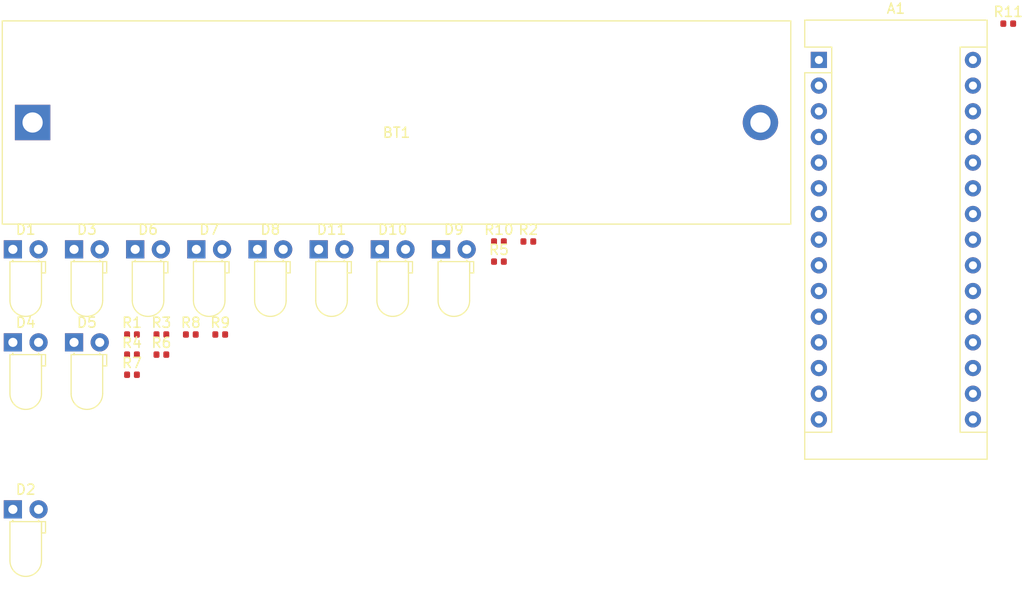
<source format=kicad_pcb>
(kicad_pcb (version 20171130) (host pcbnew "(5.1.4)-1")

  (general
    (thickness 1.6)
    (drawings 0)
    (tracks 0)
    (zones 0)
    (modules 24)
    (nets 24)
  )

  (page A4)
  (layers
    (0 F.Cu signal)
    (31 B.Cu signal)
    (32 B.Adhes user)
    (33 F.Adhes user)
    (34 B.Paste user)
    (35 F.Paste user)
    (36 B.SilkS user)
    (37 F.SilkS user)
    (38 B.Mask user)
    (39 F.Mask user)
    (40 Dwgs.User user)
    (41 Cmts.User user)
    (42 Eco1.User user)
    (43 Eco2.User user)
    (44 Edge.Cuts user)
    (45 Margin user)
    (46 B.CrtYd user)
    (47 F.CrtYd user)
    (48 B.Fab user)
    (49 F.Fab user)
  )

  (setup
    (last_trace_width 0.25)
    (trace_clearance 0.2)
    (zone_clearance 0.508)
    (zone_45_only no)
    (trace_min 0.2)
    (via_size 0.8)
    (via_drill 0.4)
    (via_min_size 0.4)
    (via_min_drill 0.3)
    (uvia_size 0.3)
    (uvia_drill 0.1)
    (uvias_allowed no)
    (uvia_min_size 0.2)
    (uvia_min_drill 0.1)
    (edge_width 0.05)
    (segment_width 0.2)
    (pcb_text_width 0.3)
    (pcb_text_size 1.5 1.5)
    (mod_edge_width 0.12)
    (mod_text_size 1 1)
    (mod_text_width 0.15)
    (pad_size 1.524 1.524)
    (pad_drill 0.762)
    (pad_to_mask_clearance 0.051)
    (solder_mask_min_width 0.25)
    (aux_axis_origin 0 0)
    (visible_elements FFFFFF7F)
    (pcbplotparams
      (layerselection 0x010fc_ffffffff)
      (usegerberextensions false)
      (usegerberattributes false)
      (usegerberadvancedattributes false)
      (creategerberjobfile false)
      (excludeedgelayer true)
      (linewidth 0.100000)
      (plotframeref false)
      (viasonmask false)
      (mode 1)
      (useauxorigin false)
      (hpglpennumber 1)
      (hpglpenspeed 20)
      (hpglpendiameter 15.000000)
      (psnegative false)
      (psa4output false)
      (plotreference true)
      (plotvalue true)
      (plotinvisibletext false)
      (padsonsilk false)
      (subtractmaskfromsilk false)
      (outputformat 1)
      (mirror false)
      (drillshape 1)
      (scaleselection 1)
      (outputdirectory ""))
  )

  (net 0 "")
  (net 1 GND)
  (net 2 "Net-(A1-Pad5)")
  (net 3 "Net-(A1-Pad6)")
  (net 4 "Net-(A1-Pad7)")
  (net 5 "Net-(A1-Pad8)")
  (net 6 "Net-(A1-Pad9)")
  (net 7 "Net-(A1-Pad10)")
  (net 8 "Net-(A1-Pad11)")
  (net 9 "Net-(A1-Pad27)")
  (net 10 "Net-(A1-Pad12)")
  (net 11 "Net-(A1-Pad13)")
  (net 12 "Net-(A1-Pad14)")
  (net 13 "Net-(A1-Pad15)")
  (net 14 "Net-(D1-Pad2)")
  (net 15 "Net-(D2-Pad2)")
  (net 16 "Net-(D3-Pad2)")
  (net 17 "Net-(D4-Pad2)")
  (net 18 "Net-(D5-Pad2)")
  (net 19 "Net-(D6-Pad2)")
  (net 20 "Net-(D7-Pad2)")
  (net 21 "Net-(D8-Pad2)")
  (net 22 "Net-(D9-Pad2)")
  (net 23 "Net-(D10-Pad2)")

  (net_class Default "Esta es la clase de red por defecto."
    (clearance 0.2)
    (trace_width 0.25)
    (via_dia 0.8)
    (via_drill 0.4)
    (uvia_dia 0.3)
    (uvia_drill 0.1)
    (add_net GND)
    (add_net "Net-(A1-Pad10)")
    (add_net "Net-(A1-Pad11)")
    (add_net "Net-(A1-Pad12)")
    (add_net "Net-(A1-Pad13)")
    (add_net "Net-(A1-Pad14)")
    (add_net "Net-(A1-Pad15)")
    (add_net "Net-(A1-Pad27)")
    (add_net "Net-(A1-Pad5)")
    (add_net "Net-(A1-Pad6)")
    (add_net "Net-(A1-Pad7)")
    (add_net "Net-(A1-Pad8)")
    (add_net "Net-(A1-Pad9)")
    (add_net "Net-(D1-Pad2)")
    (add_net "Net-(D10-Pad2)")
    (add_net "Net-(D2-Pad2)")
    (add_net "Net-(D3-Pad2)")
    (add_net "Net-(D4-Pad2)")
    (add_net "Net-(D5-Pad2)")
    (add_net "Net-(D6-Pad2)")
    (add_net "Net-(D7-Pad2)")
    (add_net "Net-(D8-Pad2)")
    (add_net "Net-(D9-Pad2)")
  )

  (module Module:Arduino_Nano (layer F.Cu) (tedit 58ACAF70) (tstamp 5EA1327D)
    (at 175.493001 47.519001)
    (descr "Arduino Nano, http://www.mouser.com/pdfdocs/Gravitech_Arduino_Nano3_0.pdf")
    (tags "Arduino Nano")
    (path /5EA10E84)
    (fp_text reference A1 (at 7.62 -5.08) (layer F.SilkS)
      (effects (font (size 1 1) (thickness 0.15)))
    )
    (fp_text value Arduino_Nano_v3.x (at 8.89 19.05 90) (layer F.Fab)
      (effects (font (size 1 1) (thickness 0.15)))
    )
    (fp_text user %R (at 6.35 19.05 90) (layer F.Fab)
      (effects (font (size 1 1) (thickness 0.15)))
    )
    (fp_line (start 1.27 1.27) (end 1.27 -1.27) (layer F.SilkS) (width 0.12))
    (fp_line (start 1.27 -1.27) (end -1.4 -1.27) (layer F.SilkS) (width 0.12))
    (fp_line (start -1.4 1.27) (end -1.4 39.5) (layer F.SilkS) (width 0.12))
    (fp_line (start -1.4 -3.94) (end -1.4 -1.27) (layer F.SilkS) (width 0.12))
    (fp_line (start 13.97 -1.27) (end 16.64 -1.27) (layer F.SilkS) (width 0.12))
    (fp_line (start 13.97 -1.27) (end 13.97 36.83) (layer F.SilkS) (width 0.12))
    (fp_line (start 13.97 36.83) (end 16.64 36.83) (layer F.SilkS) (width 0.12))
    (fp_line (start 1.27 1.27) (end -1.4 1.27) (layer F.SilkS) (width 0.12))
    (fp_line (start 1.27 1.27) (end 1.27 36.83) (layer F.SilkS) (width 0.12))
    (fp_line (start 1.27 36.83) (end -1.4 36.83) (layer F.SilkS) (width 0.12))
    (fp_line (start 3.81 31.75) (end 11.43 31.75) (layer F.Fab) (width 0.1))
    (fp_line (start 11.43 31.75) (end 11.43 41.91) (layer F.Fab) (width 0.1))
    (fp_line (start 11.43 41.91) (end 3.81 41.91) (layer F.Fab) (width 0.1))
    (fp_line (start 3.81 41.91) (end 3.81 31.75) (layer F.Fab) (width 0.1))
    (fp_line (start -1.4 39.5) (end 16.64 39.5) (layer F.SilkS) (width 0.12))
    (fp_line (start 16.64 39.5) (end 16.64 -3.94) (layer F.SilkS) (width 0.12))
    (fp_line (start 16.64 -3.94) (end -1.4 -3.94) (layer F.SilkS) (width 0.12))
    (fp_line (start 16.51 39.37) (end -1.27 39.37) (layer F.Fab) (width 0.1))
    (fp_line (start -1.27 39.37) (end -1.27 -2.54) (layer F.Fab) (width 0.1))
    (fp_line (start -1.27 -2.54) (end 0 -3.81) (layer F.Fab) (width 0.1))
    (fp_line (start 0 -3.81) (end 16.51 -3.81) (layer F.Fab) (width 0.1))
    (fp_line (start 16.51 -3.81) (end 16.51 39.37) (layer F.Fab) (width 0.1))
    (fp_line (start -1.53 -4.06) (end 16.75 -4.06) (layer F.CrtYd) (width 0.05))
    (fp_line (start -1.53 -4.06) (end -1.53 42.16) (layer F.CrtYd) (width 0.05))
    (fp_line (start 16.75 42.16) (end 16.75 -4.06) (layer F.CrtYd) (width 0.05))
    (fp_line (start 16.75 42.16) (end -1.53 42.16) (layer F.CrtYd) (width 0.05))
    (pad 1 thru_hole rect (at 0 0) (size 1.6 1.6) (drill 0.8) (layers *.Cu *.Mask))
    (pad 17 thru_hole oval (at 15.24 33.02) (size 1.6 1.6) (drill 0.8) (layers *.Cu *.Mask))
    (pad 2 thru_hole oval (at 0 2.54) (size 1.6 1.6) (drill 0.8) (layers *.Cu *.Mask))
    (pad 18 thru_hole oval (at 15.24 30.48) (size 1.6 1.6) (drill 0.8) (layers *.Cu *.Mask))
    (pad 3 thru_hole oval (at 0 5.08) (size 1.6 1.6) (drill 0.8) (layers *.Cu *.Mask))
    (pad 19 thru_hole oval (at 15.24 27.94) (size 1.6 1.6) (drill 0.8) (layers *.Cu *.Mask))
    (pad 4 thru_hole oval (at 0 7.62) (size 1.6 1.6) (drill 0.8) (layers *.Cu *.Mask)
      (net 1 GND))
    (pad 20 thru_hole oval (at 15.24 25.4) (size 1.6 1.6) (drill 0.8) (layers *.Cu *.Mask))
    (pad 5 thru_hole oval (at 0 10.16) (size 1.6 1.6) (drill 0.8) (layers *.Cu *.Mask)
      (net 2 "Net-(A1-Pad5)"))
    (pad 21 thru_hole oval (at 15.24 22.86) (size 1.6 1.6) (drill 0.8) (layers *.Cu *.Mask))
    (pad 6 thru_hole oval (at 0 12.7) (size 1.6 1.6) (drill 0.8) (layers *.Cu *.Mask)
      (net 3 "Net-(A1-Pad6)"))
    (pad 22 thru_hole oval (at 15.24 20.32) (size 1.6 1.6) (drill 0.8) (layers *.Cu *.Mask))
    (pad 7 thru_hole oval (at 0 15.24) (size 1.6 1.6) (drill 0.8) (layers *.Cu *.Mask)
      (net 4 "Net-(A1-Pad7)"))
    (pad 23 thru_hole oval (at 15.24 17.78) (size 1.6 1.6) (drill 0.8) (layers *.Cu *.Mask))
    (pad 8 thru_hole oval (at 0 17.78) (size 1.6 1.6) (drill 0.8) (layers *.Cu *.Mask)
      (net 5 "Net-(A1-Pad8)"))
    (pad 24 thru_hole oval (at 15.24 15.24) (size 1.6 1.6) (drill 0.8) (layers *.Cu *.Mask))
    (pad 9 thru_hole oval (at 0 20.32) (size 1.6 1.6) (drill 0.8) (layers *.Cu *.Mask)
      (net 6 "Net-(A1-Pad9)"))
    (pad 25 thru_hole oval (at 15.24 12.7) (size 1.6 1.6) (drill 0.8) (layers *.Cu *.Mask))
    (pad 10 thru_hole oval (at 0 22.86) (size 1.6 1.6) (drill 0.8) (layers *.Cu *.Mask)
      (net 7 "Net-(A1-Pad10)"))
    (pad 26 thru_hole oval (at 15.24 10.16) (size 1.6 1.6) (drill 0.8) (layers *.Cu *.Mask))
    (pad 11 thru_hole oval (at 0 25.4) (size 1.6 1.6) (drill 0.8) (layers *.Cu *.Mask)
      (net 8 "Net-(A1-Pad11)"))
    (pad 27 thru_hole oval (at 15.24 7.62) (size 1.6 1.6) (drill 0.8) (layers *.Cu *.Mask)
      (net 9 "Net-(A1-Pad27)"))
    (pad 12 thru_hole oval (at 0 27.94) (size 1.6 1.6) (drill 0.8) (layers *.Cu *.Mask)
      (net 10 "Net-(A1-Pad12)"))
    (pad 28 thru_hole oval (at 15.24 5.08) (size 1.6 1.6) (drill 0.8) (layers *.Cu *.Mask))
    (pad 13 thru_hole oval (at 0 30.48) (size 1.6 1.6) (drill 0.8) (layers *.Cu *.Mask)
      (net 11 "Net-(A1-Pad13)"))
    (pad 29 thru_hole oval (at 15.24 2.54) (size 1.6 1.6) (drill 0.8) (layers *.Cu *.Mask))
    (pad 14 thru_hole oval (at 0 33.02) (size 1.6 1.6) (drill 0.8) (layers *.Cu *.Mask)
      (net 12 "Net-(A1-Pad14)"))
    (pad 30 thru_hole oval (at 15.24 0) (size 1.6 1.6) (drill 0.8) (layers *.Cu *.Mask))
    (pad 15 thru_hole oval (at 0 35.56) (size 1.6 1.6) (drill 0.8) (layers *.Cu *.Mask)
      (net 13 "Net-(A1-Pad15)"))
    (pad 16 thru_hole oval (at 15.24 35.56) (size 1.6 1.6) (drill 0.8) (layers *.Cu *.Mask))
    (model ${KISYS3DMOD}/Module.3dshapes/Arduino_Nano_WithMountingHoles.wrl
      (at (xyz 0 0 0))
      (scale (xyz 1 1 1))
      (rotate (xyz 0 0 0))
    )
  )

  (module Battery:BatteryHolder_MPD_BH-18650-PC2 (layer F.Cu) (tedit 5C1007C1) (tstamp 5EA13292)
    (at 97.713001 53.709001)
    (descr "18650 Battery Holder (http://www.memoryprotectiondevices.com/datasheets/BK-18650-PC2-datasheet.pdf)")
    (tags "18650 Battery Holder")
    (path /5EA11EF2)
    (fp_text reference BT1 (at 36 1) (layer F.SilkS)
      (effects (font (size 1 1) (thickness 0.15)))
    )
    (fp_text value 18650 (at 36 -0.8) (layer F.Fab)
      (effects (font (size 1 1) (thickness 0.15)))
    )
    (fp_line (start -3 10.05) (end -3 -10.05) (layer F.SilkS) (width 0.12))
    (fp_line (start 75 10.05) (end -3 10.05) (layer F.SilkS) (width 0.12))
    (fp_line (start 75 -10.05) (end 75 10.05) (layer F.SilkS) (width 0.12))
    (fp_line (start -3 -10.05) (end 75 -10.05) (layer F.SilkS) (width 0.12))
    (fp_line (start -2.8 9.85) (end -2.8 -9.85) (layer F.Fab) (width 0.1))
    (fp_line (start 74.8 9.85) (end -2.8 9.85) (layer F.Fab) (width 0.1))
    (fp_line (start 74.8 -9.85) (end 74.8 9.85) (layer F.Fab) (width 0.1))
    (fp_line (start -2.8 -9.85) (end 74.8 -9.85) (layer F.Fab) (width 0.1))
    (fp_line (start -3.2 10.25) (end -3.2 -10.25) (layer F.CrtYd) (width 0.05))
    (fp_line (start 75.2 10.25) (end -3.2 10.25) (layer F.CrtYd) (width 0.05))
    (fp_line (start 75.2 -10.25) (end 75.2 10.25) (layer F.CrtYd) (width 0.05))
    (fp_line (start -3.2 -10.25) (end 75.2 -10.25) (layer F.CrtYd) (width 0.05))
    (fp_text user %R (at 36 -2.4) (layer F.Fab)
      (effects (font (size 1 1) (thickness 0.15)))
    )
    (pad 2 thru_hole circle (at 72 0) (size 3.5 3.5) (drill 2) (layers *.Cu *.Mask)
      (net 1 GND))
    (pad 1 thru_hole rect (at 0 0) (size 3.5 3.5) (drill 2) (layers *.Cu *.Mask)
      (net 9 "Net-(A1-Pad27)"))
    (pad "" np_thru_hole circle (at 8.645 0) (size 3.2 3.2) (drill 3.2) (layers *.Cu *.Mask))
    (pad "" np_thru_hole circle (at 64.255 0) (size 3.2 3.2) (drill 3.2) (layers *.Cu *.Mask))
    (model ${KISYS3DMOD}/Battery.3dshapes/BatteryHolder_MPD_BH-18650-PC2.wrl
      (at (xyz 0 0 0))
      (scale (xyz 1 1 1))
      (rotate (xyz 0 0 0))
    )
  )

  (module LED_THT:LED_D3.0mm_Horizontal_O1.27mm_Z2.0mm (layer F.Cu) (tedit 5880A862) (tstamp 5EA132BC)
    (at 95.763001 66.259001)
    (descr "LED, diameter 3.0mm z-position of LED center 2.0mm, 2 pins")
    (tags "LED diameter 3.0mm z-position of LED center 2.0mm 2 pins")
    (path /5EA15FF3)
    (fp_text reference D1 (at 1.27 -1.96) (layer F.SilkS)
      (effects (font (size 1 1) (thickness 0.15)))
    )
    (fp_text value LED (at 1.27 7.63) (layer F.Fab)
      (effects (font (size 1 1) (thickness 0.15)))
    )
    (fp_arc (start 1.27 5.07) (end -0.23 5.07) (angle -180) (layer F.Fab) (width 0.1))
    (fp_arc (start 1.27 5.07) (end -0.29 5.07) (angle -180) (layer F.SilkS) (width 0.12))
    (fp_line (start -0.23 1.27) (end -0.23 5.07) (layer F.Fab) (width 0.1))
    (fp_line (start 2.77 1.27) (end 2.77 5.07) (layer F.Fab) (width 0.1))
    (fp_line (start -0.23 1.27) (end 2.77 1.27) (layer F.Fab) (width 0.1))
    (fp_line (start 3.17 1.27) (end 3.17 2.27) (layer F.Fab) (width 0.1))
    (fp_line (start 3.17 2.27) (end 2.77 2.27) (layer F.Fab) (width 0.1))
    (fp_line (start 2.77 2.27) (end 2.77 1.27) (layer F.Fab) (width 0.1))
    (fp_line (start 2.77 1.27) (end 3.17 1.27) (layer F.Fab) (width 0.1))
    (fp_line (start 0 0) (end 0 1.27) (layer F.Fab) (width 0.1))
    (fp_line (start 0 1.27) (end 0 1.27) (layer F.Fab) (width 0.1))
    (fp_line (start 0 1.27) (end 0 0) (layer F.Fab) (width 0.1))
    (fp_line (start 0 0) (end 0 0) (layer F.Fab) (width 0.1))
    (fp_line (start 2.54 0) (end 2.54 1.27) (layer F.Fab) (width 0.1))
    (fp_line (start 2.54 1.27) (end 2.54 1.27) (layer F.Fab) (width 0.1))
    (fp_line (start 2.54 1.27) (end 2.54 0) (layer F.Fab) (width 0.1))
    (fp_line (start 2.54 0) (end 2.54 0) (layer F.Fab) (width 0.1))
    (fp_line (start -0.29 1.21) (end -0.29 5.07) (layer F.SilkS) (width 0.12))
    (fp_line (start 2.83 1.21) (end 2.83 5.07) (layer F.SilkS) (width 0.12))
    (fp_line (start -0.29 1.21) (end 2.83 1.21) (layer F.SilkS) (width 0.12))
    (fp_line (start 3.23 1.21) (end 3.23 2.33) (layer F.SilkS) (width 0.12))
    (fp_line (start 3.23 2.33) (end 2.83 2.33) (layer F.SilkS) (width 0.12))
    (fp_line (start 2.83 2.33) (end 2.83 1.21) (layer F.SilkS) (width 0.12))
    (fp_line (start 2.83 1.21) (end 3.23 1.21) (layer F.SilkS) (width 0.12))
    (fp_line (start 0 1.08) (end 0 1.21) (layer F.SilkS) (width 0.12))
    (fp_line (start 0 1.21) (end 0 1.21) (layer F.SilkS) (width 0.12))
    (fp_line (start 0 1.21) (end 0 1.08) (layer F.SilkS) (width 0.12))
    (fp_line (start 0 1.08) (end 0 1.08) (layer F.SilkS) (width 0.12))
    (fp_line (start 2.54 1.08) (end 2.54 1.21) (layer F.SilkS) (width 0.12))
    (fp_line (start 2.54 1.21) (end 2.54 1.21) (layer F.SilkS) (width 0.12))
    (fp_line (start 2.54 1.21) (end 2.54 1.08) (layer F.SilkS) (width 0.12))
    (fp_line (start 2.54 1.08) (end 2.54 1.08) (layer F.SilkS) (width 0.12))
    (fp_line (start -1.25 -1.25) (end -1.25 6.9) (layer F.CrtYd) (width 0.05))
    (fp_line (start -1.25 6.9) (end 3.75 6.9) (layer F.CrtYd) (width 0.05))
    (fp_line (start 3.75 6.9) (end 3.75 -1.25) (layer F.CrtYd) (width 0.05))
    (fp_line (start 3.75 -1.25) (end -1.25 -1.25) (layer F.CrtYd) (width 0.05))
    (pad 1 thru_hole rect (at 0 0) (size 1.8 1.8) (drill 0.9) (layers *.Cu *.Mask)
      (net 1 GND))
    (pad 2 thru_hole circle (at 2.54 0) (size 1.8 1.8) (drill 0.9) (layers *.Cu *.Mask)
      (net 14 "Net-(D1-Pad2)"))
    (model ${KISYS3DMOD}/LED_THT.3dshapes/LED_D3.0mm_Horizontal_O1.27mm_Z2.0mm.wrl
      (at (xyz 0 0 0))
      (scale (xyz 1 1 1))
      (rotate (xyz 0 0 0))
    )
  )

  (module LED_THT:LED_D3.0mm_Horizontal_O1.27mm_Z2.0mm (layer F.Cu) (tedit 5880A862) (tstamp 5EA132E6)
    (at 95.763001 91.979001)
    (descr "LED, diameter 3.0mm z-position of LED center 2.0mm, 2 pins")
    (tags "LED diameter 3.0mm z-position of LED center 2.0mm 2 pins")
    (path /5EA16974)
    (fp_text reference D2 (at 1.27 -1.96) (layer F.SilkS)
      (effects (font (size 1 1) (thickness 0.15)))
    )
    (fp_text value LED (at 1.27 7.63) (layer F.Fab)
      (effects (font (size 1 1) (thickness 0.15)))
    )
    (fp_line (start 3.75 -1.25) (end -1.25 -1.25) (layer F.CrtYd) (width 0.05))
    (fp_line (start 3.75 6.9) (end 3.75 -1.25) (layer F.CrtYd) (width 0.05))
    (fp_line (start -1.25 6.9) (end 3.75 6.9) (layer F.CrtYd) (width 0.05))
    (fp_line (start -1.25 -1.25) (end -1.25 6.9) (layer F.CrtYd) (width 0.05))
    (fp_line (start 2.54 1.08) (end 2.54 1.08) (layer F.SilkS) (width 0.12))
    (fp_line (start 2.54 1.21) (end 2.54 1.08) (layer F.SilkS) (width 0.12))
    (fp_line (start 2.54 1.21) (end 2.54 1.21) (layer F.SilkS) (width 0.12))
    (fp_line (start 2.54 1.08) (end 2.54 1.21) (layer F.SilkS) (width 0.12))
    (fp_line (start 0 1.08) (end 0 1.08) (layer F.SilkS) (width 0.12))
    (fp_line (start 0 1.21) (end 0 1.08) (layer F.SilkS) (width 0.12))
    (fp_line (start 0 1.21) (end 0 1.21) (layer F.SilkS) (width 0.12))
    (fp_line (start 0 1.08) (end 0 1.21) (layer F.SilkS) (width 0.12))
    (fp_line (start 2.83 1.21) (end 3.23 1.21) (layer F.SilkS) (width 0.12))
    (fp_line (start 2.83 2.33) (end 2.83 1.21) (layer F.SilkS) (width 0.12))
    (fp_line (start 3.23 2.33) (end 2.83 2.33) (layer F.SilkS) (width 0.12))
    (fp_line (start 3.23 1.21) (end 3.23 2.33) (layer F.SilkS) (width 0.12))
    (fp_line (start -0.29 1.21) (end 2.83 1.21) (layer F.SilkS) (width 0.12))
    (fp_line (start 2.83 1.21) (end 2.83 5.07) (layer F.SilkS) (width 0.12))
    (fp_line (start -0.29 1.21) (end -0.29 5.07) (layer F.SilkS) (width 0.12))
    (fp_line (start 2.54 0) (end 2.54 0) (layer F.Fab) (width 0.1))
    (fp_line (start 2.54 1.27) (end 2.54 0) (layer F.Fab) (width 0.1))
    (fp_line (start 2.54 1.27) (end 2.54 1.27) (layer F.Fab) (width 0.1))
    (fp_line (start 2.54 0) (end 2.54 1.27) (layer F.Fab) (width 0.1))
    (fp_line (start 0 0) (end 0 0) (layer F.Fab) (width 0.1))
    (fp_line (start 0 1.27) (end 0 0) (layer F.Fab) (width 0.1))
    (fp_line (start 0 1.27) (end 0 1.27) (layer F.Fab) (width 0.1))
    (fp_line (start 0 0) (end 0 1.27) (layer F.Fab) (width 0.1))
    (fp_line (start 2.77 1.27) (end 3.17 1.27) (layer F.Fab) (width 0.1))
    (fp_line (start 2.77 2.27) (end 2.77 1.27) (layer F.Fab) (width 0.1))
    (fp_line (start 3.17 2.27) (end 2.77 2.27) (layer F.Fab) (width 0.1))
    (fp_line (start 3.17 1.27) (end 3.17 2.27) (layer F.Fab) (width 0.1))
    (fp_line (start -0.23 1.27) (end 2.77 1.27) (layer F.Fab) (width 0.1))
    (fp_line (start 2.77 1.27) (end 2.77 5.07) (layer F.Fab) (width 0.1))
    (fp_line (start -0.23 1.27) (end -0.23 5.07) (layer F.Fab) (width 0.1))
    (fp_arc (start 1.27 5.07) (end -0.29 5.07) (angle -180) (layer F.SilkS) (width 0.12))
    (fp_arc (start 1.27 5.07) (end -0.23 5.07) (angle -180) (layer F.Fab) (width 0.1))
    (pad 2 thru_hole circle (at 2.54 0) (size 1.8 1.8) (drill 0.9) (layers *.Cu *.Mask)
      (net 15 "Net-(D2-Pad2)"))
    (pad 1 thru_hole rect (at 0 0) (size 1.8 1.8) (drill 0.9) (layers *.Cu *.Mask)
      (net 1 GND))
    (model ${KISYS3DMOD}/LED_THT.3dshapes/LED_D3.0mm_Horizontal_O1.27mm_Z2.0mm.wrl
      (at (xyz 0 0 0))
      (scale (xyz 1 1 1))
      (rotate (xyz 0 0 0))
    )
  )

  (module LED_THT:LED_D3.0mm_Horizontal_O1.27mm_Z2.0mm (layer F.Cu) (tedit 5880A862) (tstamp 5EA13310)
    (at 101.813001 66.259001)
    (descr "LED, diameter 3.0mm z-position of LED center 2.0mm, 2 pins")
    (tags "LED diameter 3.0mm z-position of LED center 2.0mm 2 pins")
    (path /5EA16B34)
    (fp_text reference D3 (at 1.27 -1.96) (layer F.SilkS)
      (effects (font (size 1 1) (thickness 0.15)))
    )
    (fp_text value LED (at 1.27 7.63) (layer F.Fab)
      (effects (font (size 1 1) (thickness 0.15)))
    )
    (fp_arc (start 1.27 5.07) (end -0.23 5.07) (angle -180) (layer F.Fab) (width 0.1))
    (fp_arc (start 1.27 5.07) (end -0.29 5.07) (angle -180) (layer F.SilkS) (width 0.12))
    (fp_line (start -0.23 1.27) (end -0.23 5.07) (layer F.Fab) (width 0.1))
    (fp_line (start 2.77 1.27) (end 2.77 5.07) (layer F.Fab) (width 0.1))
    (fp_line (start -0.23 1.27) (end 2.77 1.27) (layer F.Fab) (width 0.1))
    (fp_line (start 3.17 1.27) (end 3.17 2.27) (layer F.Fab) (width 0.1))
    (fp_line (start 3.17 2.27) (end 2.77 2.27) (layer F.Fab) (width 0.1))
    (fp_line (start 2.77 2.27) (end 2.77 1.27) (layer F.Fab) (width 0.1))
    (fp_line (start 2.77 1.27) (end 3.17 1.27) (layer F.Fab) (width 0.1))
    (fp_line (start 0 0) (end 0 1.27) (layer F.Fab) (width 0.1))
    (fp_line (start 0 1.27) (end 0 1.27) (layer F.Fab) (width 0.1))
    (fp_line (start 0 1.27) (end 0 0) (layer F.Fab) (width 0.1))
    (fp_line (start 0 0) (end 0 0) (layer F.Fab) (width 0.1))
    (fp_line (start 2.54 0) (end 2.54 1.27) (layer F.Fab) (width 0.1))
    (fp_line (start 2.54 1.27) (end 2.54 1.27) (layer F.Fab) (width 0.1))
    (fp_line (start 2.54 1.27) (end 2.54 0) (layer F.Fab) (width 0.1))
    (fp_line (start 2.54 0) (end 2.54 0) (layer F.Fab) (width 0.1))
    (fp_line (start -0.29 1.21) (end -0.29 5.07) (layer F.SilkS) (width 0.12))
    (fp_line (start 2.83 1.21) (end 2.83 5.07) (layer F.SilkS) (width 0.12))
    (fp_line (start -0.29 1.21) (end 2.83 1.21) (layer F.SilkS) (width 0.12))
    (fp_line (start 3.23 1.21) (end 3.23 2.33) (layer F.SilkS) (width 0.12))
    (fp_line (start 3.23 2.33) (end 2.83 2.33) (layer F.SilkS) (width 0.12))
    (fp_line (start 2.83 2.33) (end 2.83 1.21) (layer F.SilkS) (width 0.12))
    (fp_line (start 2.83 1.21) (end 3.23 1.21) (layer F.SilkS) (width 0.12))
    (fp_line (start 0 1.08) (end 0 1.21) (layer F.SilkS) (width 0.12))
    (fp_line (start 0 1.21) (end 0 1.21) (layer F.SilkS) (width 0.12))
    (fp_line (start 0 1.21) (end 0 1.08) (layer F.SilkS) (width 0.12))
    (fp_line (start 0 1.08) (end 0 1.08) (layer F.SilkS) (width 0.12))
    (fp_line (start 2.54 1.08) (end 2.54 1.21) (layer F.SilkS) (width 0.12))
    (fp_line (start 2.54 1.21) (end 2.54 1.21) (layer F.SilkS) (width 0.12))
    (fp_line (start 2.54 1.21) (end 2.54 1.08) (layer F.SilkS) (width 0.12))
    (fp_line (start 2.54 1.08) (end 2.54 1.08) (layer F.SilkS) (width 0.12))
    (fp_line (start -1.25 -1.25) (end -1.25 6.9) (layer F.CrtYd) (width 0.05))
    (fp_line (start -1.25 6.9) (end 3.75 6.9) (layer F.CrtYd) (width 0.05))
    (fp_line (start 3.75 6.9) (end 3.75 -1.25) (layer F.CrtYd) (width 0.05))
    (fp_line (start 3.75 -1.25) (end -1.25 -1.25) (layer F.CrtYd) (width 0.05))
    (pad 1 thru_hole rect (at 0 0) (size 1.8 1.8) (drill 0.9) (layers *.Cu *.Mask)
      (net 1 GND))
    (pad 2 thru_hole circle (at 2.54 0) (size 1.8 1.8) (drill 0.9) (layers *.Cu *.Mask)
      (net 16 "Net-(D3-Pad2)"))
    (model ${KISYS3DMOD}/LED_THT.3dshapes/LED_D3.0mm_Horizontal_O1.27mm_Z2.0mm.wrl
      (at (xyz 0 0 0))
      (scale (xyz 1 1 1))
      (rotate (xyz 0 0 0))
    )
  )

  (module LED_THT:LED_D3.0mm_Horizontal_O1.27mm_Z2.0mm (layer F.Cu) (tedit 5880A862) (tstamp 5EA1333A)
    (at 95.763001 75.459001)
    (descr "LED, diameter 3.0mm z-position of LED center 2.0mm, 2 pins")
    (tags "LED diameter 3.0mm z-position of LED center 2.0mm 2 pins")
    (path /5EA16E2F)
    (fp_text reference D4 (at 1.27 -1.96) (layer F.SilkS)
      (effects (font (size 1 1) (thickness 0.15)))
    )
    (fp_text value LED (at 1.27 7.63) (layer F.Fab)
      (effects (font (size 1 1) (thickness 0.15)))
    )
    (fp_line (start 3.75 -1.25) (end -1.25 -1.25) (layer F.CrtYd) (width 0.05))
    (fp_line (start 3.75 6.9) (end 3.75 -1.25) (layer F.CrtYd) (width 0.05))
    (fp_line (start -1.25 6.9) (end 3.75 6.9) (layer F.CrtYd) (width 0.05))
    (fp_line (start -1.25 -1.25) (end -1.25 6.9) (layer F.CrtYd) (width 0.05))
    (fp_line (start 2.54 1.08) (end 2.54 1.08) (layer F.SilkS) (width 0.12))
    (fp_line (start 2.54 1.21) (end 2.54 1.08) (layer F.SilkS) (width 0.12))
    (fp_line (start 2.54 1.21) (end 2.54 1.21) (layer F.SilkS) (width 0.12))
    (fp_line (start 2.54 1.08) (end 2.54 1.21) (layer F.SilkS) (width 0.12))
    (fp_line (start 0 1.08) (end 0 1.08) (layer F.SilkS) (width 0.12))
    (fp_line (start 0 1.21) (end 0 1.08) (layer F.SilkS) (width 0.12))
    (fp_line (start 0 1.21) (end 0 1.21) (layer F.SilkS) (width 0.12))
    (fp_line (start 0 1.08) (end 0 1.21) (layer F.SilkS) (width 0.12))
    (fp_line (start 2.83 1.21) (end 3.23 1.21) (layer F.SilkS) (width 0.12))
    (fp_line (start 2.83 2.33) (end 2.83 1.21) (layer F.SilkS) (width 0.12))
    (fp_line (start 3.23 2.33) (end 2.83 2.33) (layer F.SilkS) (width 0.12))
    (fp_line (start 3.23 1.21) (end 3.23 2.33) (layer F.SilkS) (width 0.12))
    (fp_line (start -0.29 1.21) (end 2.83 1.21) (layer F.SilkS) (width 0.12))
    (fp_line (start 2.83 1.21) (end 2.83 5.07) (layer F.SilkS) (width 0.12))
    (fp_line (start -0.29 1.21) (end -0.29 5.07) (layer F.SilkS) (width 0.12))
    (fp_line (start 2.54 0) (end 2.54 0) (layer F.Fab) (width 0.1))
    (fp_line (start 2.54 1.27) (end 2.54 0) (layer F.Fab) (width 0.1))
    (fp_line (start 2.54 1.27) (end 2.54 1.27) (layer F.Fab) (width 0.1))
    (fp_line (start 2.54 0) (end 2.54 1.27) (layer F.Fab) (width 0.1))
    (fp_line (start 0 0) (end 0 0) (layer F.Fab) (width 0.1))
    (fp_line (start 0 1.27) (end 0 0) (layer F.Fab) (width 0.1))
    (fp_line (start 0 1.27) (end 0 1.27) (layer F.Fab) (width 0.1))
    (fp_line (start 0 0) (end 0 1.27) (layer F.Fab) (width 0.1))
    (fp_line (start 2.77 1.27) (end 3.17 1.27) (layer F.Fab) (width 0.1))
    (fp_line (start 2.77 2.27) (end 2.77 1.27) (layer F.Fab) (width 0.1))
    (fp_line (start 3.17 2.27) (end 2.77 2.27) (layer F.Fab) (width 0.1))
    (fp_line (start 3.17 1.27) (end 3.17 2.27) (layer F.Fab) (width 0.1))
    (fp_line (start -0.23 1.27) (end 2.77 1.27) (layer F.Fab) (width 0.1))
    (fp_line (start 2.77 1.27) (end 2.77 5.07) (layer F.Fab) (width 0.1))
    (fp_line (start -0.23 1.27) (end -0.23 5.07) (layer F.Fab) (width 0.1))
    (fp_arc (start 1.27 5.07) (end -0.29 5.07) (angle -180) (layer F.SilkS) (width 0.12))
    (fp_arc (start 1.27 5.07) (end -0.23 5.07) (angle -180) (layer F.Fab) (width 0.1))
    (pad 2 thru_hole circle (at 2.54 0) (size 1.8 1.8) (drill 0.9) (layers *.Cu *.Mask)
      (net 17 "Net-(D4-Pad2)"))
    (pad 1 thru_hole rect (at 0 0) (size 1.8 1.8) (drill 0.9) (layers *.Cu *.Mask)
      (net 1 GND))
    (model ${KISYS3DMOD}/LED_THT.3dshapes/LED_D3.0mm_Horizontal_O1.27mm_Z2.0mm.wrl
      (at (xyz 0 0 0))
      (scale (xyz 1 1 1))
      (rotate (xyz 0 0 0))
    )
  )

  (module LED_THT:LED_D3.0mm_Horizontal_O1.27mm_Z2.0mm (layer F.Cu) (tedit 5880A862) (tstamp 5EA13364)
    (at 101.813001 75.459001)
    (descr "LED, diameter 3.0mm z-position of LED center 2.0mm, 2 pins")
    (tags "LED diameter 3.0mm z-position of LED center 2.0mm 2 pins")
    (path /5EA1701F)
    (fp_text reference D5 (at 1.27 -1.96) (layer F.SilkS)
      (effects (font (size 1 1) (thickness 0.15)))
    )
    (fp_text value LED (at 1.27 7.63) (layer F.Fab)
      (effects (font (size 1 1) (thickness 0.15)))
    )
    (fp_line (start 3.75 -1.25) (end -1.25 -1.25) (layer F.CrtYd) (width 0.05))
    (fp_line (start 3.75 6.9) (end 3.75 -1.25) (layer F.CrtYd) (width 0.05))
    (fp_line (start -1.25 6.9) (end 3.75 6.9) (layer F.CrtYd) (width 0.05))
    (fp_line (start -1.25 -1.25) (end -1.25 6.9) (layer F.CrtYd) (width 0.05))
    (fp_line (start 2.54 1.08) (end 2.54 1.08) (layer F.SilkS) (width 0.12))
    (fp_line (start 2.54 1.21) (end 2.54 1.08) (layer F.SilkS) (width 0.12))
    (fp_line (start 2.54 1.21) (end 2.54 1.21) (layer F.SilkS) (width 0.12))
    (fp_line (start 2.54 1.08) (end 2.54 1.21) (layer F.SilkS) (width 0.12))
    (fp_line (start 0 1.08) (end 0 1.08) (layer F.SilkS) (width 0.12))
    (fp_line (start 0 1.21) (end 0 1.08) (layer F.SilkS) (width 0.12))
    (fp_line (start 0 1.21) (end 0 1.21) (layer F.SilkS) (width 0.12))
    (fp_line (start 0 1.08) (end 0 1.21) (layer F.SilkS) (width 0.12))
    (fp_line (start 2.83 1.21) (end 3.23 1.21) (layer F.SilkS) (width 0.12))
    (fp_line (start 2.83 2.33) (end 2.83 1.21) (layer F.SilkS) (width 0.12))
    (fp_line (start 3.23 2.33) (end 2.83 2.33) (layer F.SilkS) (width 0.12))
    (fp_line (start 3.23 1.21) (end 3.23 2.33) (layer F.SilkS) (width 0.12))
    (fp_line (start -0.29 1.21) (end 2.83 1.21) (layer F.SilkS) (width 0.12))
    (fp_line (start 2.83 1.21) (end 2.83 5.07) (layer F.SilkS) (width 0.12))
    (fp_line (start -0.29 1.21) (end -0.29 5.07) (layer F.SilkS) (width 0.12))
    (fp_line (start 2.54 0) (end 2.54 0) (layer F.Fab) (width 0.1))
    (fp_line (start 2.54 1.27) (end 2.54 0) (layer F.Fab) (width 0.1))
    (fp_line (start 2.54 1.27) (end 2.54 1.27) (layer F.Fab) (width 0.1))
    (fp_line (start 2.54 0) (end 2.54 1.27) (layer F.Fab) (width 0.1))
    (fp_line (start 0 0) (end 0 0) (layer F.Fab) (width 0.1))
    (fp_line (start 0 1.27) (end 0 0) (layer F.Fab) (width 0.1))
    (fp_line (start 0 1.27) (end 0 1.27) (layer F.Fab) (width 0.1))
    (fp_line (start 0 0) (end 0 1.27) (layer F.Fab) (width 0.1))
    (fp_line (start 2.77 1.27) (end 3.17 1.27) (layer F.Fab) (width 0.1))
    (fp_line (start 2.77 2.27) (end 2.77 1.27) (layer F.Fab) (width 0.1))
    (fp_line (start 3.17 2.27) (end 2.77 2.27) (layer F.Fab) (width 0.1))
    (fp_line (start 3.17 1.27) (end 3.17 2.27) (layer F.Fab) (width 0.1))
    (fp_line (start -0.23 1.27) (end 2.77 1.27) (layer F.Fab) (width 0.1))
    (fp_line (start 2.77 1.27) (end 2.77 5.07) (layer F.Fab) (width 0.1))
    (fp_line (start -0.23 1.27) (end -0.23 5.07) (layer F.Fab) (width 0.1))
    (fp_arc (start 1.27 5.07) (end -0.29 5.07) (angle -180) (layer F.SilkS) (width 0.12))
    (fp_arc (start 1.27 5.07) (end -0.23 5.07) (angle -180) (layer F.Fab) (width 0.1))
    (pad 2 thru_hole circle (at 2.54 0) (size 1.8 1.8) (drill 0.9) (layers *.Cu *.Mask)
      (net 18 "Net-(D5-Pad2)"))
    (pad 1 thru_hole rect (at 0 0) (size 1.8 1.8) (drill 0.9) (layers *.Cu *.Mask)
      (net 1 GND))
    (model ${KISYS3DMOD}/LED_THT.3dshapes/LED_D3.0mm_Horizontal_O1.27mm_Z2.0mm.wrl
      (at (xyz 0 0 0))
      (scale (xyz 1 1 1))
      (rotate (xyz 0 0 0))
    )
  )

  (module LED_THT:LED_D3.0mm_Horizontal_O1.27mm_Z2.0mm (layer F.Cu) (tedit 5880A862) (tstamp 5EA1338E)
    (at 107.863001 66.259001)
    (descr "LED, diameter 3.0mm z-position of LED center 2.0mm, 2 pins")
    (tags "LED diameter 3.0mm z-position of LED center 2.0mm 2 pins")
    (path /5EA409FC)
    (fp_text reference D6 (at 1.27 -1.96) (layer F.SilkS)
      (effects (font (size 1 1) (thickness 0.15)))
    )
    (fp_text value LED (at 1.27 7.63) (layer F.Fab)
      (effects (font (size 1 1) (thickness 0.15)))
    )
    (fp_line (start 3.75 -1.25) (end -1.25 -1.25) (layer F.CrtYd) (width 0.05))
    (fp_line (start 3.75 6.9) (end 3.75 -1.25) (layer F.CrtYd) (width 0.05))
    (fp_line (start -1.25 6.9) (end 3.75 6.9) (layer F.CrtYd) (width 0.05))
    (fp_line (start -1.25 -1.25) (end -1.25 6.9) (layer F.CrtYd) (width 0.05))
    (fp_line (start 2.54 1.08) (end 2.54 1.08) (layer F.SilkS) (width 0.12))
    (fp_line (start 2.54 1.21) (end 2.54 1.08) (layer F.SilkS) (width 0.12))
    (fp_line (start 2.54 1.21) (end 2.54 1.21) (layer F.SilkS) (width 0.12))
    (fp_line (start 2.54 1.08) (end 2.54 1.21) (layer F.SilkS) (width 0.12))
    (fp_line (start 0 1.08) (end 0 1.08) (layer F.SilkS) (width 0.12))
    (fp_line (start 0 1.21) (end 0 1.08) (layer F.SilkS) (width 0.12))
    (fp_line (start 0 1.21) (end 0 1.21) (layer F.SilkS) (width 0.12))
    (fp_line (start 0 1.08) (end 0 1.21) (layer F.SilkS) (width 0.12))
    (fp_line (start 2.83 1.21) (end 3.23 1.21) (layer F.SilkS) (width 0.12))
    (fp_line (start 2.83 2.33) (end 2.83 1.21) (layer F.SilkS) (width 0.12))
    (fp_line (start 3.23 2.33) (end 2.83 2.33) (layer F.SilkS) (width 0.12))
    (fp_line (start 3.23 1.21) (end 3.23 2.33) (layer F.SilkS) (width 0.12))
    (fp_line (start -0.29 1.21) (end 2.83 1.21) (layer F.SilkS) (width 0.12))
    (fp_line (start 2.83 1.21) (end 2.83 5.07) (layer F.SilkS) (width 0.12))
    (fp_line (start -0.29 1.21) (end -0.29 5.07) (layer F.SilkS) (width 0.12))
    (fp_line (start 2.54 0) (end 2.54 0) (layer F.Fab) (width 0.1))
    (fp_line (start 2.54 1.27) (end 2.54 0) (layer F.Fab) (width 0.1))
    (fp_line (start 2.54 1.27) (end 2.54 1.27) (layer F.Fab) (width 0.1))
    (fp_line (start 2.54 0) (end 2.54 1.27) (layer F.Fab) (width 0.1))
    (fp_line (start 0 0) (end 0 0) (layer F.Fab) (width 0.1))
    (fp_line (start 0 1.27) (end 0 0) (layer F.Fab) (width 0.1))
    (fp_line (start 0 1.27) (end 0 1.27) (layer F.Fab) (width 0.1))
    (fp_line (start 0 0) (end 0 1.27) (layer F.Fab) (width 0.1))
    (fp_line (start 2.77 1.27) (end 3.17 1.27) (layer F.Fab) (width 0.1))
    (fp_line (start 2.77 2.27) (end 2.77 1.27) (layer F.Fab) (width 0.1))
    (fp_line (start 3.17 2.27) (end 2.77 2.27) (layer F.Fab) (width 0.1))
    (fp_line (start 3.17 1.27) (end 3.17 2.27) (layer F.Fab) (width 0.1))
    (fp_line (start -0.23 1.27) (end 2.77 1.27) (layer F.Fab) (width 0.1))
    (fp_line (start 2.77 1.27) (end 2.77 5.07) (layer F.Fab) (width 0.1))
    (fp_line (start -0.23 1.27) (end -0.23 5.07) (layer F.Fab) (width 0.1))
    (fp_arc (start 1.27 5.07) (end -0.29 5.07) (angle -180) (layer F.SilkS) (width 0.12))
    (fp_arc (start 1.27 5.07) (end -0.23 5.07) (angle -180) (layer F.Fab) (width 0.1))
    (pad 2 thru_hole circle (at 2.54 0) (size 1.8 1.8) (drill 0.9) (layers *.Cu *.Mask)
      (net 19 "Net-(D6-Pad2)"))
    (pad 1 thru_hole rect (at 0 0) (size 1.8 1.8) (drill 0.9) (layers *.Cu *.Mask)
      (net 1 GND))
    (model ${KISYS3DMOD}/LED_THT.3dshapes/LED_D3.0mm_Horizontal_O1.27mm_Z2.0mm.wrl
      (at (xyz 0 0 0))
      (scale (xyz 1 1 1))
      (rotate (xyz 0 0 0))
    )
  )

  (module LED_THT:LED_D3.0mm_Horizontal_O1.27mm_Z2.0mm (layer F.Cu) (tedit 5880A862) (tstamp 5EA133B8)
    (at 113.913001 66.259001)
    (descr "LED, diameter 3.0mm z-position of LED center 2.0mm, 2 pins")
    (tags "LED diameter 3.0mm z-position of LED center 2.0mm 2 pins")
    (path /5EA40A02)
    (fp_text reference D7 (at 1.27 -1.96) (layer F.SilkS)
      (effects (font (size 1 1) (thickness 0.15)))
    )
    (fp_text value LED (at 1.27 7.63) (layer F.Fab)
      (effects (font (size 1 1) (thickness 0.15)))
    )
    (fp_arc (start 1.27 5.07) (end -0.23 5.07) (angle -180) (layer F.Fab) (width 0.1))
    (fp_arc (start 1.27 5.07) (end -0.29 5.07) (angle -180) (layer F.SilkS) (width 0.12))
    (fp_line (start -0.23 1.27) (end -0.23 5.07) (layer F.Fab) (width 0.1))
    (fp_line (start 2.77 1.27) (end 2.77 5.07) (layer F.Fab) (width 0.1))
    (fp_line (start -0.23 1.27) (end 2.77 1.27) (layer F.Fab) (width 0.1))
    (fp_line (start 3.17 1.27) (end 3.17 2.27) (layer F.Fab) (width 0.1))
    (fp_line (start 3.17 2.27) (end 2.77 2.27) (layer F.Fab) (width 0.1))
    (fp_line (start 2.77 2.27) (end 2.77 1.27) (layer F.Fab) (width 0.1))
    (fp_line (start 2.77 1.27) (end 3.17 1.27) (layer F.Fab) (width 0.1))
    (fp_line (start 0 0) (end 0 1.27) (layer F.Fab) (width 0.1))
    (fp_line (start 0 1.27) (end 0 1.27) (layer F.Fab) (width 0.1))
    (fp_line (start 0 1.27) (end 0 0) (layer F.Fab) (width 0.1))
    (fp_line (start 0 0) (end 0 0) (layer F.Fab) (width 0.1))
    (fp_line (start 2.54 0) (end 2.54 1.27) (layer F.Fab) (width 0.1))
    (fp_line (start 2.54 1.27) (end 2.54 1.27) (layer F.Fab) (width 0.1))
    (fp_line (start 2.54 1.27) (end 2.54 0) (layer F.Fab) (width 0.1))
    (fp_line (start 2.54 0) (end 2.54 0) (layer F.Fab) (width 0.1))
    (fp_line (start -0.29 1.21) (end -0.29 5.07) (layer F.SilkS) (width 0.12))
    (fp_line (start 2.83 1.21) (end 2.83 5.07) (layer F.SilkS) (width 0.12))
    (fp_line (start -0.29 1.21) (end 2.83 1.21) (layer F.SilkS) (width 0.12))
    (fp_line (start 3.23 1.21) (end 3.23 2.33) (layer F.SilkS) (width 0.12))
    (fp_line (start 3.23 2.33) (end 2.83 2.33) (layer F.SilkS) (width 0.12))
    (fp_line (start 2.83 2.33) (end 2.83 1.21) (layer F.SilkS) (width 0.12))
    (fp_line (start 2.83 1.21) (end 3.23 1.21) (layer F.SilkS) (width 0.12))
    (fp_line (start 0 1.08) (end 0 1.21) (layer F.SilkS) (width 0.12))
    (fp_line (start 0 1.21) (end 0 1.21) (layer F.SilkS) (width 0.12))
    (fp_line (start 0 1.21) (end 0 1.08) (layer F.SilkS) (width 0.12))
    (fp_line (start 0 1.08) (end 0 1.08) (layer F.SilkS) (width 0.12))
    (fp_line (start 2.54 1.08) (end 2.54 1.21) (layer F.SilkS) (width 0.12))
    (fp_line (start 2.54 1.21) (end 2.54 1.21) (layer F.SilkS) (width 0.12))
    (fp_line (start 2.54 1.21) (end 2.54 1.08) (layer F.SilkS) (width 0.12))
    (fp_line (start 2.54 1.08) (end 2.54 1.08) (layer F.SilkS) (width 0.12))
    (fp_line (start -1.25 -1.25) (end -1.25 6.9) (layer F.CrtYd) (width 0.05))
    (fp_line (start -1.25 6.9) (end 3.75 6.9) (layer F.CrtYd) (width 0.05))
    (fp_line (start 3.75 6.9) (end 3.75 -1.25) (layer F.CrtYd) (width 0.05))
    (fp_line (start 3.75 -1.25) (end -1.25 -1.25) (layer F.CrtYd) (width 0.05))
    (pad 1 thru_hole rect (at 0 0) (size 1.8 1.8) (drill 0.9) (layers *.Cu *.Mask)
      (net 1 GND))
    (pad 2 thru_hole circle (at 2.54 0) (size 1.8 1.8) (drill 0.9) (layers *.Cu *.Mask)
      (net 20 "Net-(D7-Pad2)"))
    (model ${KISYS3DMOD}/LED_THT.3dshapes/LED_D3.0mm_Horizontal_O1.27mm_Z2.0mm.wrl
      (at (xyz 0 0 0))
      (scale (xyz 1 1 1))
      (rotate (xyz 0 0 0))
    )
  )

  (module LED_THT:LED_D3.0mm_Horizontal_O1.27mm_Z2.0mm (layer F.Cu) (tedit 5880A862) (tstamp 5EA133E2)
    (at 119.963001 66.259001)
    (descr "LED, diameter 3.0mm z-position of LED center 2.0mm, 2 pins")
    (tags "LED diameter 3.0mm z-position of LED center 2.0mm 2 pins")
    (path /5EA40A08)
    (fp_text reference D8 (at 1.27 -1.96) (layer F.SilkS)
      (effects (font (size 1 1) (thickness 0.15)))
    )
    (fp_text value LED (at 1.27 7.63) (layer F.Fab)
      (effects (font (size 1 1) (thickness 0.15)))
    )
    (fp_arc (start 1.27 5.07) (end -0.23 5.07) (angle -180) (layer F.Fab) (width 0.1))
    (fp_arc (start 1.27 5.07) (end -0.29 5.07) (angle -180) (layer F.SilkS) (width 0.12))
    (fp_line (start -0.23 1.27) (end -0.23 5.07) (layer F.Fab) (width 0.1))
    (fp_line (start 2.77 1.27) (end 2.77 5.07) (layer F.Fab) (width 0.1))
    (fp_line (start -0.23 1.27) (end 2.77 1.27) (layer F.Fab) (width 0.1))
    (fp_line (start 3.17 1.27) (end 3.17 2.27) (layer F.Fab) (width 0.1))
    (fp_line (start 3.17 2.27) (end 2.77 2.27) (layer F.Fab) (width 0.1))
    (fp_line (start 2.77 2.27) (end 2.77 1.27) (layer F.Fab) (width 0.1))
    (fp_line (start 2.77 1.27) (end 3.17 1.27) (layer F.Fab) (width 0.1))
    (fp_line (start 0 0) (end 0 1.27) (layer F.Fab) (width 0.1))
    (fp_line (start 0 1.27) (end 0 1.27) (layer F.Fab) (width 0.1))
    (fp_line (start 0 1.27) (end 0 0) (layer F.Fab) (width 0.1))
    (fp_line (start 0 0) (end 0 0) (layer F.Fab) (width 0.1))
    (fp_line (start 2.54 0) (end 2.54 1.27) (layer F.Fab) (width 0.1))
    (fp_line (start 2.54 1.27) (end 2.54 1.27) (layer F.Fab) (width 0.1))
    (fp_line (start 2.54 1.27) (end 2.54 0) (layer F.Fab) (width 0.1))
    (fp_line (start 2.54 0) (end 2.54 0) (layer F.Fab) (width 0.1))
    (fp_line (start -0.29 1.21) (end -0.29 5.07) (layer F.SilkS) (width 0.12))
    (fp_line (start 2.83 1.21) (end 2.83 5.07) (layer F.SilkS) (width 0.12))
    (fp_line (start -0.29 1.21) (end 2.83 1.21) (layer F.SilkS) (width 0.12))
    (fp_line (start 3.23 1.21) (end 3.23 2.33) (layer F.SilkS) (width 0.12))
    (fp_line (start 3.23 2.33) (end 2.83 2.33) (layer F.SilkS) (width 0.12))
    (fp_line (start 2.83 2.33) (end 2.83 1.21) (layer F.SilkS) (width 0.12))
    (fp_line (start 2.83 1.21) (end 3.23 1.21) (layer F.SilkS) (width 0.12))
    (fp_line (start 0 1.08) (end 0 1.21) (layer F.SilkS) (width 0.12))
    (fp_line (start 0 1.21) (end 0 1.21) (layer F.SilkS) (width 0.12))
    (fp_line (start 0 1.21) (end 0 1.08) (layer F.SilkS) (width 0.12))
    (fp_line (start 0 1.08) (end 0 1.08) (layer F.SilkS) (width 0.12))
    (fp_line (start 2.54 1.08) (end 2.54 1.21) (layer F.SilkS) (width 0.12))
    (fp_line (start 2.54 1.21) (end 2.54 1.21) (layer F.SilkS) (width 0.12))
    (fp_line (start 2.54 1.21) (end 2.54 1.08) (layer F.SilkS) (width 0.12))
    (fp_line (start 2.54 1.08) (end 2.54 1.08) (layer F.SilkS) (width 0.12))
    (fp_line (start -1.25 -1.25) (end -1.25 6.9) (layer F.CrtYd) (width 0.05))
    (fp_line (start -1.25 6.9) (end 3.75 6.9) (layer F.CrtYd) (width 0.05))
    (fp_line (start 3.75 6.9) (end 3.75 -1.25) (layer F.CrtYd) (width 0.05))
    (fp_line (start 3.75 -1.25) (end -1.25 -1.25) (layer F.CrtYd) (width 0.05))
    (pad 1 thru_hole rect (at 0 0) (size 1.8 1.8) (drill 0.9) (layers *.Cu *.Mask)
      (net 1 GND))
    (pad 2 thru_hole circle (at 2.54 0) (size 1.8 1.8) (drill 0.9) (layers *.Cu *.Mask)
      (net 21 "Net-(D8-Pad2)"))
    (model ${KISYS3DMOD}/LED_THT.3dshapes/LED_D3.0mm_Horizontal_O1.27mm_Z2.0mm.wrl
      (at (xyz 0 0 0))
      (scale (xyz 1 1 1))
      (rotate (xyz 0 0 0))
    )
  )

  (module LED_THT:LED_D3.0mm_Horizontal_O1.27mm_Z2.0mm (layer F.Cu) (tedit 5880A862) (tstamp 5EA1340C)
    (at 138.113001 66.259001)
    (descr "LED, diameter 3.0mm z-position of LED center 2.0mm, 2 pins")
    (tags "LED diameter 3.0mm z-position of LED center 2.0mm 2 pins")
    (path /5EA40A0E)
    (fp_text reference D9 (at 1.27 -1.96) (layer F.SilkS)
      (effects (font (size 1 1) (thickness 0.15)))
    )
    (fp_text value LED (at 1.27 7.63) (layer F.Fab)
      (effects (font (size 1 1) (thickness 0.15)))
    )
    (fp_arc (start 1.27 5.07) (end -0.23 5.07) (angle -180) (layer F.Fab) (width 0.1))
    (fp_arc (start 1.27 5.07) (end -0.29 5.07) (angle -180) (layer F.SilkS) (width 0.12))
    (fp_line (start -0.23 1.27) (end -0.23 5.07) (layer F.Fab) (width 0.1))
    (fp_line (start 2.77 1.27) (end 2.77 5.07) (layer F.Fab) (width 0.1))
    (fp_line (start -0.23 1.27) (end 2.77 1.27) (layer F.Fab) (width 0.1))
    (fp_line (start 3.17 1.27) (end 3.17 2.27) (layer F.Fab) (width 0.1))
    (fp_line (start 3.17 2.27) (end 2.77 2.27) (layer F.Fab) (width 0.1))
    (fp_line (start 2.77 2.27) (end 2.77 1.27) (layer F.Fab) (width 0.1))
    (fp_line (start 2.77 1.27) (end 3.17 1.27) (layer F.Fab) (width 0.1))
    (fp_line (start 0 0) (end 0 1.27) (layer F.Fab) (width 0.1))
    (fp_line (start 0 1.27) (end 0 1.27) (layer F.Fab) (width 0.1))
    (fp_line (start 0 1.27) (end 0 0) (layer F.Fab) (width 0.1))
    (fp_line (start 0 0) (end 0 0) (layer F.Fab) (width 0.1))
    (fp_line (start 2.54 0) (end 2.54 1.27) (layer F.Fab) (width 0.1))
    (fp_line (start 2.54 1.27) (end 2.54 1.27) (layer F.Fab) (width 0.1))
    (fp_line (start 2.54 1.27) (end 2.54 0) (layer F.Fab) (width 0.1))
    (fp_line (start 2.54 0) (end 2.54 0) (layer F.Fab) (width 0.1))
    (fp_line (start -0.29 1.21) (end -0.29 5.07) (layer F.SilkS) (width 0.12))
    (fp_line (start 2.83 1.21) (end 2.83 5.07) (layer F.SilkS) (width 0.12))
    (fp_line (start -0.29 1.21) (end 2.83 1.21) (layer F.SilkS) (width 0.12))
    (fp_line (start 3.23 1.21) (end 3.23 2.33) (layer F.SilkS) (width 0.12))
    (fp_line (start 3.23 2.33) (end 2.83 2.33) (layer F.SilkS) (width 0.12))
    (fp_line (start 2.83 2.33) (end 2.83 1.21) (layer F.SilkS) (width 0.12))
    (fp_line (start 2.83 1.21) (end 3.23 1.21) (layer F.SilkS) (width 0.12))
    (fp_line (start 0 1.08) (end 0 1.21) (layer F.SilkS) (width 0.12))
    (fp_line (start 0 1.21) (end 0 1.21) (layer F.SilkS) (width 0.12))
    (fp_line (start 0 1.21) (end 0 1.08) (layer F.SilkS) (width 0.12))
    (fp_line (start 0 1.08) (end 0 1.08) (layer F.SilkS) (width 0.12))
    (fp_line (start 2.54 1.08) (end 2.54 1.21) (layer F.SilkS) (width 0.12))
    (fp_line (start 2.54 1.21) (end 2.54 1.21) (layer F.SilkS) (width 0.12))
    (fp_line (start 2.54 1.21) (end 2.54 1.08) (layer F.SilkS) (width 0.12))
    (fp_line (start 2.54 1.08) (end 2.54 1.08) (layer F.SilkS) (width 0.12))
    (fp_line (start -1.25 -1.25) (end -1.25 6.9) (layer F.CrtYd) (width 0.05))
    (fp_line (start -1.25 6.9) (end 3.75 6.9) (layer F.CrtYd) (width 0.05))
    (fp_line (start 3.75 6.9) (end 3.75 -1.25) (layer F.CrtYd) (width 0.05))
    (fp_line (start 3.75 -1.25) (end -1.25 -1.25) (layer F.CrtYd) (width 0.05))
    (pad 1 thru_hole rect (at 0 0) (size 1.8 1.8) (drill 0.9) (layers *.Cu *.Mask)
      (net 1 GND))
    (pad 2 thru_hole circle (at 2.54 0) (size 1.8 1.8) (drill 0.9) (layers *.Cu *.Mask)
      (net 22 "Net-(D9-Pad2)"))
    (model ${KISYS3DMOD}/LED_THT.3dshapes/LED_D3.0mm_Horizontal_O1.27mm_Z2.0mm.wrl
      (at (xyz 0 0 0))
      (scale (xyz 1 1 1))
      (rotate (xyz 0 0 0))
    )
  )

  (module LED_THT:LED_D3.0mm_Horizontal_O1.27mm_Z2.0mm (layer F.Cu) (tedit 5880A862) (tstamp 5EA13436)
    (at 132.063001 66.259001)
    (descr "LED, diameter 3.0mm z-position of LED center 2.0mm, 2 pins")
    (tags "LED diameter 3.0mm z-position of LED center 2.0mm 2 pins")
    (path /5EA40A14)
    (fp_text reference D10 (at 1.27 -1.96) (layer F.SilkS)
      (effects (font (size 1 1) (thickness 0.15)))
    )
    (fp_text value LED (at 1.27 7.63) (layer F.Fab)
      (effects (font (size 1 1) (thickness 0.15)))
    )
    (fp_line (start 3.75 -1.25) (end -1.25 -1.25) (layer F.CrtYd) (width 0.05))
    (fp_line (start 3.75 6.9) (end 3.75 -1.25) (layer F.CrtYd) (width 0.05))
    (fp_line (start -1.25 6.9) (end 3.75 6.9) (layer F.CrtYd) (width 0.05))
    (fp_line (start -1.25 -1.25) (end -1.25 6.9) (layer F.CrtYd) (width 0.05))
    (fp_line (start 2.54 1.08) (end 2.54 1.08) (layer F.SilkS) (width 0.12))
    (fp_line (start 2.54 1.21) (end 2.54 1.08) (layer F.SilkS) (width 0.12))
    (fp_line (start 2.54 1.21) (end 2.54 1.21) (layer F.SilkS) (width 0.12))
    (fp_line (start 2.54 1.08) (end 2.54 1.21) (layer F.SilkS) (width 0.12))
    (fp_line (start 0 1.08) (end 0 1.08) (layer F.SilkS) (width 0.12))
    (fp_line (start 0 1.21) (end 0 1.08) (layer F.SilkS) (width 0.12))
    (fp_line (start 0 1.21) (end 0 1.21) (layer F.SilkS) (width 0.12))
    (fp_line (start 0 1.08) (end 0 1.21) (layer F.SilkS) (width 0.12))
    (fp_line (start 2.83 1.21) (end 3.23 1.21) (layer F.SilkS) (width 0.12))
    (fp_line (start 2.83 2.33) (end 2.83 1.21) (layer F.SilkS) (width 0.12))
    (fp_line (start 3.23 2.33) (end 2.83 2.33) (layer F.SilkS) (width 0.12))
    (fp_line (start 3.23 1.21) (end 3.23 2.33) (layer F.SilkS) (width 0.12))
    (fp_line (start -0.29 1.21) (end 2.83 1.21) (layer F.SilkS) (width 0.12))
    (fp_line (start 2.83 1.21) (end 2.83 5.07) (layer F.SilkS) (width 0.12))
    (fp_line (start -0.29 1.21) (end -0.29 5.07) (layer F.SilkS) (width 0.12))
    (fp_line (start 2.54 0) (end 2.54 0) (layer F.Fab) (width 0.1))
    (fp_line (start 2.54 1.27) (end 2.54 0) (layer F.Fab) (width 0.1))
    (fp_line (start 2.54 1.27) (end 2.54 1.27) (layer F.Fab) (width 0.1))
    (fp_line (start 2.54 0) (end 2.54 1.27) (layer F.Fab) (width 0.1))
    (fp_line (start 0 0) (end 0 0) (layer F.Fab) (width 0.1))
    (fp_line (start 0 1.27) (end 0 0) (layer F.Fab) (width 0.1))
    (fp_line (start 0 1.27) (end 0 1.27) (layer F.Fab) (width 0.1))
    (fp_line (start 0 0) (end 0 1.27) (layer F.Fab) (width 0.1))
    (fp_line (start 2.77 1.27) (end 3.17 1.27) (layer F.Fab) (width 0.1))
    (fp_line (start 2.77 2.27) (end 2.77 1.27) (layer F.Fab) (width 0.1))
    (fp_line (start 3.17 2.27) (end 2.77 2.27) (layer F.Fab) (width 0.1))
    (fp_line (start 3.17 1.27) (end 3.17 2.27) (layer F.Fab) (width 0.1))
    (fp_line (start -0.23 1.27) (end 2.77 1.27) (layer F.Fab) (width 0.1))
    (fp_line (start 2.77 1.27) (end 2.77 5.07) (layer F.Fab) (width 0.1))
    (fp_line (start -0.23 1.27) (end -0.23 5.07) (layer F.Fab) (width 0.1))
    (fp_arc (start 1.27 5.07) (end -0.29 5.07) (angle -180) (layer F.SilkS) (width 0.12))
    (fp_arc (start 1.27 5.07) (end -0.23 5.07) (angle -180) (layer F.Fab) (width 0.1))
    (pad 2 thru_hole circle (at 2.54 0) (size 1.8 1.8) (drill 0.9) (layers *.Cu *.Mask)
      (net 23 "Net-(D10-Pad2)"))
    (pad 1 thru_hole rect (at 0 0) (size 1.8 1.8) (drill 0.9) (layers *.Cu *.Mask)
      (net 1 GND))
    (model ${KISYS3DMOD}/LED_THT.3dshapes/LED_D3.0mm_Horizontal_O1.27mm_Z2.0mm.wrl
      (at (xyz 0 0 0))
      (scale (xyz 1 1 1))
      (rotate (xyz 0 0 0))
    )
  )

  (module LED_THT:LED_D3.0mm_Horizontal_O1.27mm_Z2.0mm (layer F.Cu) (tedit 5880A862) (tstamp 5EA13460)
    (at 126.013001 66.259001)
    (descr "LED, diameter 3.0mm z-position of LED center 2.0mm, 2 pins")
    (tags "LED diameter 3.0mm z-position of LED center 2.0mm 2 pins")
    (path /5EA17B94)
    (fp_text reference D11 (at 1.27 -1.96) (layer F.SilkS)
      (effects (font (size 1 1) (thickness 0.15)))
    )
    (fp_text value D_Photo (at 1.27 7.63) (layer F.Fab)
      (effects (font (size 1 1) (thickness 0.15)))
    )
    (fp_arc (start 1.27 5.07) (end -0.23 5.07) (angle -180) (layer F.Fab) (width 0.1))
    (fp_arc (start 1.27 5.07) (end -0.29 5.07) (angle -180) (layer F.SilkS) (width 0.12))
    (fp_line (start -0.23 1.27) (end -0.23 5.07) (layer F.Fab) (width 0.1))
    (fp_line (start 2.77 1.27) (end 2.77 5.07) (layer F.Fab) (width 0.1))
    (fp_line (start -0.23 1.27) (end 2.77 1.27) (layer F.Fab) (width 0.1))
    (fp_line (start 3.17 1.27) (end 3.17 2.27) (layer F.Fab) (width 0.1))
    (fp_line (start 3.17 2.27) (end 2.77 2.27) (layer F.Fab) (width 0.1))
    (fp_line (start 2.77 2.27) (end 2.77 1.27) (layer F.Fab) (width 0.1))
    (fp_line (start 2.77 1.27) (end 3.17 1.27) (layer F.Fab) (width 0.1))
    (fp_line (start 0 0) (end 0 1.27) (layer F.Fab) (width 0.1))
    (fp_line (start 0 1.27) (end 0 1.27) (layer F.Fab) (width 0.1))
    (fp_line (start 0 1.27) (end 0 0) (layer F.Fab) (width 0.1))
    (fp_line (start 0 0) (end 0 0) (layer F.Fab) (width 0.1))
    (fp_line (start 2.54 0) (end 2.54 1.27) (layer F.Fab) (width 0.1))
    (fp_line (start 2.54 1.27) (end 2.54 1.27) (layer F.Fab) (width 0.1))
    (fp_line (start 2.54 1.27) (end 2.54 0) (layer F.Fab) (width 0.1))
    (fp_line (start 2.54 0) (end 2.54 0) (layer F.Fab) (width 0.1))
    (fp_line (start -0.29 1.21) (end -0.29 5.07) (layer F.SilkS) (width 0.12))
    (fp_line (start 2.83 1.21) (end 2.83 5.07) (layer F.SilkS) (width 0.12))
    (fp_line (start -0.29 1.21) (end 2.83 1.21) (layer F.SilkS) (width 0.12))
    (fp_line (start 3.23 1.21) (end 3.23 2.33) (layer F.SilkS) (width 0.12))
    (fp_line (start 3.23 2.33) (end 2.83 2.33) (layer F.SilkS) (width 0.12))
    (fp_line (start 2.83 2.33) (end 2.83 1.21) (layer F.SilkS) (width 0.12))
    (fp_line (start 2.83 1.21) (end 3.23 1.21) (layer F.SilkS) (width 0.12))
    (fp_line (start 0 1.08) (end 0 1.21) (layer F.SilkS) (width 0.12))
    (fp_line (start 0 1.21) (end 0 1.21) (layer F.SilkS) (width 0.12))
    (fp_line (start 0 1.21) (end 0 1.08) (layer F.SilkS) (width 0.12))
    (fp_line (start 0 1.08) (end 0 1.08) (layer F.SilkS) (width 0.12))
    (fp_line (start 2.54 1.08) (end 2.54 1.21) (layer F.SilkS) (width 0.12))
    (fp_line (start 2.54 1.21) (end 2.54 1.21) (layer F.SilkS) (width 0.12))
    (fp_line (start 2.54 1.21) (end 2.54 1.08) (layer F.SilkS) (width 0.12))
    (fp_line (start 2.54 1.08) (end 2.54 1.08) (layer F.SilkS) (width 0.12))
    (fp_line (start -1.25 -1.25) (end -1.25 6.9) (layer F.CrtYd) (width 0.05))
    (fp_line (start -1.25 6.9) (end 3.75 6.9) (layer F.CrtYd) (width 0.05))
    (fp_line (start 3.75 6.9) (end 3.75 -1.25) (layer F.CrtYd) (width 0.05))
    (fp_line (start 3.75 -1.25) (end -1.25 -1.25) (layer F.CrtYd) (width 0.05))
    (pad 1 thru_hole rect (at 0 0) (size 1.8 1.8) (drill 0.9) (layers *.Cu *.Mask)
      (net 2 "Net-(A1-Pad5)"))
    (pad 2 thru_hole circle (at 2.54 0) (size 1.8 1.8) (drill 0.9) (layers *.Cu *.Mask)
      (net 1 GND))
    (model ${KISYS3DMOD}/LED_THT.3dshapes/LED_D3.0mm_Horizontal_O1.27mm_Z2.0mm.wrl
      (at (xyz 0 0 0))
      (scale (xyz 1 1 1))
      (rotate (xyz 0 0 0))
    )
  )

  (module Resistor_SMD:R_0402_1005Metric (layer F.Cu) (tedit 5B301BBD) (tstamp 5EA1346F)
    (at 107.543001 74.679001)
    (descr "Resistor SMD 0402 (1005 Metric), square (rectangular) end terminal, IPC_7351 nominal, (Body size source: http://www.tortai-tech.com/upload/download/2011102023233369053.pdf), generated with kicad-footprint-generator")
    (tags resistor)
    (path /5EA13F2A)
    (attr smd)
    (fp_text reference R1 (at 0 -1.17) (layer F.SilkS)
      (effects (font (size 1 1) (thickness 0.15)))
    )
    (fp_text value 470 (at 0 1.17) (layer F.Fab)
      (effects (font (size 1 1) (thickness 0.15)))
    )
    (fp_text user %R (at 0 0) (layer F.Fab)
      (effects (font (size 0.25 0.25) (thickness 0.04)))
    )
    (fp_line (start 0.93 0.47) (end -0.93 0.47) (layer F.CrtYd) (width 0.05))
    (fp_line (start 0.93 -0.47) (end 0.93 0.47) (layer F.CrtYd) (width 0.05))
    (fp_line (start -0.93 -0.47) (end 0.93 -0.47) (layer F.CrtYd) (width 0.05))
    (fp_line (start -0.93 0.47) (end -0.93 -0.47) (layer F.CrtYd) (width 0.05))
    (fp_line (start 0.5 0.25) (end -0.5 0.25) (layer F.Fab) (width 0.1))
    (fp_line (start 0.5 -0.25) (end 0.5 0.25) (layer F.Fab) (width 0.1))
    (fp_line (start -0.5 -0.25) (end 0.5 -0.25) (layer F.Fab) (width 0.1))
    (fp_line (start -0.5 0.25) (end -0.5 -0.25) (layer F.Fab) (width 0.1))
    (pad 2 smd roundrect (at 0.485 0) (size 0.59 0.64) (layers F.Cu F.Paste F.Mask) (roundrect_rratio 0.25)
      (net 14 "Net-(D1-Pad2)"))
    (pad 1 smd roundrect (at -0.485 0) (size 0.59 0.64) (layers F.Cu F.Paste F.Mask) (roundrect_rratio 0.25)
      (net 3 "Net-(A1-Pad6)"))
    (model ${KISYS3DMOD}/Resistor_SMD.3dshapes/R_0402_1005Metric.wrl
      (at (xyz 0 0 0))
      (scale (xyz 1 1 1))
      (rotate (xyz 0 0 0))
    )
  )

  (module Resistor_SMD:R_0402_1005Metric (layer F.Cu) (tedit 5B301BBD) (tstamp 5EA1347E)
    (at 146.753001 65.479001)
    (descr "Resistor SMD 0402 (1005 Metric), square (rectangular) end terminal, IPC_7351 nominal, (Body size source: http://www.tortai-tech.com/upload/download/2011102023233369053.pdf), generated with kicad-footprint-generator")
    (tags resistor)
    (path /5EA149DF)
    (attr smd)
    (fp_text reference R2 (at 0 -1.17) (layer F.SilkS)
      (effects (font (size 1 1) (thickness 0.15)))
    )
    (fp_text value 470 (at 0 1.17) (layer F.Fab)
      (effects (font (size 1 1) (thickness 0.15)))
    )
    (fp_line (start -0.5 0.25) (end -0.5 -0.25) (layer F.Fab) (width 0.1))
    (fp_line (start -0.5 -0.25) (end 0.5 -0.25) (layer F.Fab) (width 0.1))
    (fp_line (start 0.5 -0.25) (end 0.5 0.25) (layer F.Fab) (width 0.1))
    (fp_line (start 0.5 0.25) (end -0.5 0.25) (layer F.Fab) (width 0.1))
    (fp_line (start -0.93 0.47) (end -0.93 -0.47) (layer F.CrtYd) (width 0.05))
    (fp_line (start -0.93 -0.47) (end 0.93 -0.47) (layer F.CrtYd) (width 0.05))
    (fp_line (start 0.93 -0.47) (end 0.93 0.47) (layer F.CrtYd) (width 0.05))
    (fp_line (start 0.93 0.47) (end -0.93 0.47) (layer F.CrtYd) (width 0.05))
    (fp_text user %R (at 0 0) (layer F.Fab)
      (effects (font (size 0.25 0.25) (thickness 0.04)))
    )
    (pad 1 smd roundrect (at -0.485 0) (size 0.59 0.64) (layers F.Cu F.Paste F.Mask) (roundrect_rratio 0.25)
      (net 4 "Net-(A1-Pad7)"))
    (pad 2 smd roundrect (at 0.485 0) (size 0.59 0.64) (layers F.Cu F.Paste F.Mask) (roundrect_rratio 0.25)
      (net 15 "Net-(D2-Pad2)"))
    (model ${KISYS3DMOD}/Resistor_SMD.3dshapes/R_0402_1005Metric.wrl
      (at (xyz 0 0 0))
      (scale (xyz 1 1 1))
      (rotate (xyz 0 0 0))
    )
  )

  (module Resistor_SMD:R_0402_1005Metric (layer F.Cu) (tedit 5B301BBD) (tstamp 5EA1348D)
    (at 110.453001 74.679001)
    (descr "Resistor SMD 0402 (1005 Metric), square (rectangular) end terminal, IPC_7351 nominal, (Body size source: http://www.tortai-tech.com/upload/download/2011102023233369053.pdf), generated with kicad-footprint-generator")
    (tags resistor)
    (path /5EA14C2D)
    (attr smd)
    (fp_text reference R3 (at 0 -1.17) (layer F.SilkS)
      (effects (font (size 1 1) (thickness 0.15)))
    )
    (fp_text value 470 (at 0 1.17) (layer F.Fab)
      (effects (font (size 1 1) (thickness 0.15)))
    )
    (fp_text user %R (at 0 0) (layer F.Fab)
      (effects (font (size 0.25 0.25) (thickness 0.04)))
    )
    (fp_line (start 0.93 0.47) (end -0.93 0.47) (layer F.CrtYd) (width 0.05))
    (fp_line (start 0.93 -0.47) (end 0.93 0.47) (layer F.CrtYd) (width 0.05))
    (fp_line (start -0.93 -0.47) (end 0.93 -0.47) (layer F.CrtYd) (width 0.05))
    (fp_line (start -0.93 0.47) (end -0.93 -0.47) (layer F.CrtYd) (width 0.05))
    (fp_line (start 0.5 0.25) (end -0.5 0.25) (layer F.Fab) (width 0.1))
    (fp_line (start 0.5 -0.25) (end 0.5 0.25) (layer F.Fab) (width 0.1))
    (fp_line (start -0.5 -0.25) (end 0.5 -0.25) (layer F.Fab) (width 0.1))
    (fp_line (start -0.5 0.25) (end -0.5 -0.25) (layer F.Fab) (width 0.1))
    (pad 2 smd roundrect (at 0.485 0) (size 0.59 0.64) (layers F.Cu F.Paste F.Mask) (roundrect_rratio 0.25)
      (net 16 "Net-(D3-Pad2)"))
    (pad 1 smd roundrect (at -0.485 0) (size 0.59 0.64) (layers F.Cu F.Paste F.Mask) (roundrect_rratio 0.25)
      (net 5 "Net-(A1-Pad8)"))
    (model ${KISYS3DMOD}/Resistor_SMD.3dshapes/R_0402_1005Metric.wrl
      (at (xyz 0 0 0))
      (scale (xyz 1 1 1))
      (rotate (xyz 0 0 0))
    )
  )

  (module Resistor_SMD:R_0402_1005Metric (layer F.Cu) (tedit 5B301BBD) (tstamp 5EA1349C)
    (at 107.543001 76.669001)
    (descr "Resistor SMD 0402 (1005 Metric), square (rectangular) end terminal, IPC_7351 nominal, (Body size source: http://www.tortai-tech.com/upload/download/2011102023233369053.pdf), generated with kicad-footprint-generator")
    (tags resistor)
    (path /5EA15593)
    (attr smd)
    (fp_text reference R4 (at 0 -1.17) (layer F.SilkS)
      (effects (font (size 1 1) (thickness 0.15)))
    )
    (fp_text value 470 (at 0 1.17) (layer F.Fab)
      (effects (font (size 1 1) (thickness 0.15)))
    )
    (fp_line (start -0.5 0.25) (end -0.5 -0.25) (layer F.Fab) (width 0.1))
    (fp_line (start -0.5 -0.25) (end 0.5 -0.25) (layer F.Fab) (width 0.1))
    (fp_line (start 0.5 -0.25) (end 0.5 0.25) (layer F.Fab) (width 0.1))
    (fp_line (start 0.5 0.25) (end -0.5 0.25) (layer F.Fab) (width 0.1))
    (fp_line (start -0.93 0.47) (end -0.93 -0.47) (layer F.CrtYd) (width 0.05))
    (fp_line (start -0.93 -0.47) (end 0.93 -0.47) (layer F.CrtYd) (width 0.05))
    (fp_line (start 0.93 -0.47) (end 0.93 0.47) (layer F.CrtYd) (width 0.05))
    (fp_line (start 0.93 0.47) (end -0.93 0.47) (layer F.CrtYd) (width 0.05))
    (fp_text user %R (at 0 0) (layer F.Fab)
      (effects (font (size 0.25 0.25) (thickness 0.04)))
    )
    (pad 1 smd roundrect (at -0.485 0) (size 0.59 0.64) (layers F.Cu F.Paste F.Mask) (roundrect_rratio 0.25)
      (net 6 "Net-(A1-Pad9)"))
    (pad 2 smd roundrect (at 0.485 0) (size 0.59 0.64) (layers F.Cu F.Paste F.Mask) (roundrect_rratio 0.25)
      (net 17 "Net-(D4-Pad2)"))
    (model ${KISYS3DMOD}/Resistor_SMD.3dshapes/R_0402_1005Metric.wrl
      (at (xyz 0 0 0))
      (scale (xyz 1 1 1))
      (rotate (xyz 0 0 0))
    )
  )

  (module Resistor_SMD:R_0402_1005Metric (layer F.Cu) (tedit 5B301BBD) (tstamp 5EA134AB)
    (at 143.843001 67.469001)
    (descr "Resistor SMD 0402 (1005 Metric), square (rectangular) end terminal, IPC_7351 nominal, (Body size source: http://www.tortai-tech.com/upload/download/2011102023233369053.pdf), generated with kicad-footprint-generator")
    (tags resistor)
    (path /5EA15811)
    (attr smd)
    (fp_text reference R5 (at 0 -1.17) (layer F.SilkS)
      (effects (font (size 1 1) (thickness 0.15)))
    )
    (fp_text value 470 (at 0 1.17) (layer F.Fab)
      (effects (font (size 1 1) (thickness 0.15)))
    )
    (fp_text user %R (at 0 0) (layer F.Fab)
      (effects (font (size 0.25 0.25) (thickness 0.04)))
    )
    (fp_line (start 0.93 0.47) (end -0.93 0.47) (layer F.CrtYd) (width 0.05))
    (fp_line (start 0.93 -0.47) (end 0.93 0.47) (layer F.CrtYd) (width 0.05))
    (fp_line (start -0.93 -0.47) (end 0.93 -0.47) (layer F.CrtYd) (width 0.05))
    (fp_line (start -0.93 0.47) (end -0.93 -0.47) (layer F.CrtYd) (width 0.05))
    (fp_line (start 0.5 0.25) (end -0.5 0.25) (layer F.Fab) (width 0.1))
    (fp_line (start 0.5 -0.25) (end 0.5 0.25) (layer F.Fab) (width 0.1))
    (fp_line (start -0.5 -0.25) (end 0.5 -0.25) (layer F.Fab) (width 0.1))
    (fp_line (start -0.5 0.25) (end -0.5 -0.25) (layer F.Fab) (width 0.1))
    (pad 2 smd roundrect (at 0.485 0) (size 0.59 0.64) (layers F.Cu F.Paste F.Mask) (roundrect_rratio 0.25)
      (net 18 "Net-(D5-Pad2)"))
    (pad 1 smd roundrect (at -0.485 0) (size 0.59 0.64) (layers F.Cu F.Paste F.Mask) (roundrect_rratio 0.25)
      (net 7 "Net-(A1-Pad10)"))
    (model ${KISYS3DMOD}/Resistor_SMD.3dshapes/R_0402_1005Metric.wrl
      (at (xyz 0 0 0))
      (scale (xyz 1 1 1))
      (rotate (xyz 0 0 0))
    )
  )

  (module Resistor_SMD:R_0402_1005Metric (layer F.Cu) (tedit 5B301BBD) (tstamp 5EA134BA)
    (at 110.453001 76.669001)
    (descr "Resistor SMD 0402 (1005 Metric), square (rectangular) end terminal, IPC_7351 nominal, (Body size source: http://www.tortai-tech.com/upload/download/2011102023233369053.pdf), generated with kicad-footprint-generator")
    (tags resistor)
    (path /5EA409DE)
    (attr smd)
    (fp_text reference R6 (at 0 -1.17) (layer F.SilkS)
      (effects (font (size 1 1) (thickness 0.15)))
    )
    (fp_text value 470 (at 0 1.17) (layer F.Fab)
      (effects (font (size 1 1) (thickness 0.15)))
    )
    (fp_text user %R (at 0 0) (layer F.Fab)
      (effects (font (size 0.25 0.25) (thickness 0.04)))
    )
    (fp_line (start 0.93 0.47) (end -0.93 0.47) (layer F.CrtYd) (width 0.05))
    (fp_line (start 0.93 -0.47) (end 0.93 0.47) (layer F.CrtYd) (width 0.05))
    (fp_line (start -0.93 -0.47) (end 0.93 -0.47) (layer F.CrtYd) (width 0.05))
    (fp_line (start -0.93 0.47) (end -0.93 -0.47) (layer F.CrtYd) (width 0.05))
    (fp_line (start 0.5 0.25) (end -0.5 0.25) (layer F.Fab) (width 0.1))
    (fp_line (start 0.5 -0.25) (end 0.5 0.25) (layer F.Fab) (width 0.1))
    (fp_line (start -0.5 -0.25) (end 0.5 -0.25) (layer F.Fab) (width 0.1))
    (fp_line (start -0.5 0.25) (end -0.5 -0.25) (layer F.Fab) (width 0.1))
    (pad 2 smd roundrect (at 0.485 0) (size 0.59 0.64) (layers F.Cu F.Paste F.Mask) (roundrect_rratio 0.25)
      (net 19 "Net-(D6-Pad2)"))
    (pad 1 smd roundrect (at -0.485 0) (size 0.59 0.64) (layers F.Cu F.Paste F.Mask) (roundrect_rratio 0.25)
      (net 8 "Net-(A1-Pad11)"))
    (model ${KISYS3DMOD}/Resistor_SMD.3dshapes/R_0402_1005Metric.wrl
      (at (xyz 0 0 0))
      (scale (xyz 1 1 1))
      (rotate (xyz 0 0 0))
    )
  )

  (module Resistor_SMD:R_0402_1005Metric (layer F.Cu) (tedit 5B301BBD) (tstamp 5EA134C9)
    (at 107.543001 78.659001)
    (descr "Resistor SMD 0402 (1005 Metric), square (rectangular) end terminal, IPC_7351 nominal, (Body size source: http://www.tortai-tech.com/upload/download/2011102023233369053.pdf), generated with kicad-footprint-generator")
    (tags resistor)
    (path /5EA409E4)
    (attr smd)
    (fp_text reference R7 (at 0 -1.17) (layer F.SilkS)
      (effects (font (size 1 1) (thickness 0.15)))
    )
    (fp_text value 470 (at 0 1.17) (layer F.Fab)
      (effects (font (size 1 1) (thickness 0.15)))
    )
    (fp_line (start -0.5 0.25) (end -0.5 -0.25) (layer F.Fab) (width 0.1))
    (fp_line (start -0.5 -0.25) (end 0.5 -0.25) (layer F.Fab) (width 0.1))
    (fp_line (start 0.5 -0.25) (end 0.5 0.25) (layer F.Fab) (width 0.1))
    (fp_line (start 0.5 0.25) (end -0.5 0.25) (layer F.Fab) (width 0.1))
    (fp_line (start -0.93 0.47) (end -0.93 -0.47) (layer F.CrtYd) (width 0.05))
    (fp_line (start -0.93 -0.47) (end 0.93 -0.47) (layer F.CrtYd) (width 0.05))
    (fp_line (start 0.93 -0.47) (end 0.93 0.47) (layer F.CrtYd) (width 0.05))
    (fp_line (start 0.93 0.47) (end -0.93 0.47) (layer F.CrtYd) (width 0.05))
    (fp_text user %R (at 0 0) (layer F.Fab)
      (effects (font (size 0.25 0.25) (thickness 0.04)))
    )
    (pad 1 smd roundrect (at -0.485 0) (size 0.59 0.64) (layers F.Cu F.Paste F.Mask) (roundrect_rratio 0.25)
      (net 10 "Net-(A1-Pad12)"))
    (pad 2 smd roundrect (at 0.485 0) (size 0.59 0.64) (layers F.Cu F.Paste F.Mask) (roundrect_rratio 0.25)
      (net 20 "Net-(D7-Pad2)"))
    (model ${KISYS3DMOD}/Resistor_SMD.3dshapes/R_0402_1005Metric.wrl
      (at (xyz 0 0 0))
      (scale (xyz 1 1 1))
      (rotate (xyz 0 0 0))
    )
  )

  (module Resistor_SMD:R_0402_1005Metric (layer F.Cu) (tedit 5B301BBD) (tstamp 5EA134D8)
    (at 113.363001 74.679001)
    (descr "Resistor SMD 0402 (1005 Metric), square (rectangular) end terminal, IPC_7351 nominal, (Body size source: http://www.tortai-tech.com/upload/download/2011102023233369053.pdf), generated with kicad-footprint-generator")
    (tags resistor)
    (path /5EA409EA)
    (attr smd)
    (fp_text reference R8 (at 0 -1.17) (layer F.SilkS)
      (effects (font (size 1 1) (thickness 0.15)))
    )
    (fp_text value 470 (at 0 1.17) (layer F.Fab)
      (effects (font (size 1 1) (thickness 0.15)))
    )
    (fp_text user %R (at 0 0) (layer F.Fab)
      (effects (font (size 0.25 0.25) (thickness 0.04)))
    )
    (fp_line (start 0.93 0.47) (end -0.93 0.47) (layer F.CrtYd) (width 0.05))
    (fp_line (start 0.93 -0.47) (end 0.93 0.47) (layer F.CrtYd) (width 0.05))
    (fp_line (start -0.93 -0.47) (end 0.93 -0.47) (layer F.CrtYd) (width 0.05))
    (fp_line (start -0.93 0.47) (end -0.93 -0.47) (layer F.CrtYd) (width 0.05))
    (fp_line (start 0.5 0.25) (end -0.5 0.25) (layer F.Fab) (width 0.1))
    (fp_line (start 0.5 -0.25) (end 0.5 0.25) (layer F.Fab) (width 0.1))
    (fp_line (start -0.5 -0.25) (end 0.5 -0.25) (layer F.Fab) (width 0.1))
    (fp_line (start -0.5 0.25) (end -0.5 -0.25) (layer F.Fab) (width 0.1))
    (pad 2 smd roundrect (at 0.485 0) (size 0.59 0.64) (layers F.Cu F.Paste F.Mask) (roundrect_rratio 0.25)
      (net 21 "Net-(D8-Pad2)"))
    (pad 1 smd roundrect (at -0.485 0) (size 0.59 0.64) (layers F.Cu F.Paste F.Mask) (roundrect_rratio 0.25)
      (net 11 "Net-(A1-Pad13)"))
    (model ${KISYS3DMOD}/Resistor_SMD.3dshapes/R_0402_1005Metric.wrl
      (at (xyz 0 0 0))
      (scale (xyz 1 1 1))
      (rotate (xyz 0 0 0))
    )
  )

  (module Resistor_SMD:R_0402_1005Metric (layer F.Cu) (tedit 5B301BBD) (tstamp 5EA134E7)
    (at 116.273001 74.679001)
    (descr "Resistor SMD 0402 (1005 Metric), square (rectangular) end terminal, IPC_7351 nominal, (Body size source: http://www.tortai-tech.com/upload/download/2011102023233369053.pdf), generated with kicad-footprint-generator")
    (tags resistor)
    (path /5EA409F0)
    (attr smd)
    (fp_text reference R9 (at 0 -1.17) (layer F.SilkS)
      (effects (font (size 1 1) (thickness 0.15)))
    )
    (fp_text value 470 (at 0 1.17) (layer F.Fab)
      (effects (font (size 1 1) (thickness 0.15)))
    )
    (fp_line (start -0.5 0.25) (end -0.5 -0.25) (layer F.Fab) (width 0.1))
    (fp_line (start -0.5 -0.25) (end 0.5 -0.25) (layer F.Fab) (width 0.1))
    (fp_line (start 0.5 -0.25) (end 0.5 0.25) (layer F.Fab) (width 0.1))
    (fp_line (start 0.5 0.25) (end -0.5 0.25) (layer F.Fab) (width 0.1))
    (fp_line (start -0.93 0.47) (end -0.93 -0.47) (layer F.CrtYd) (width 0.05))
    (fp_line (start -0.93 -0.47) (end 0.93 -0.47) (layer F.CrtYd) (width 0.05))
    (fp_line (start 0.93 -0.47) (end 0.93 0.47) (layer F.CrtYd) (width 0.05))
    (fp_line (start 0.93 0.47) (end -0.93 0.47) (layer F.CrtYd) (width 0.05))
    (fp_text user %R (at 0 0) (layer F.Fab)
      (effects (font (size 0.25 0.25) (thickness 0.04)))
    )
    (pad 1 smd roundrect (at -0.485 0) (size 0.59 0.64) (layers F.Cu F.Paste F.Mask) (roundrect_rratio 0.25)
      (net 12 "Net-(A1-Pad14)"))
    (pad 2 smd roundrect (at 0.485 0) (size 0.59 0.64) (layers F.Cu F.Paste F.Mask) (roundrect_rratio 0.25)
      (net 22 "Net-(D9-Pad2)"))
    (model ${KISYS3DMOD}/Resistor_SMD.3dshapes/R_0402_1005Metric.wrl
      (at (xyz 0 0 0))
      (scale (xyz 1 1 1))
      (rotate (xyz 0 0 0))
    )
  )

  (module Resistor_SMD:R_0402_1005Metric (layer F.Cu) (tedit 5B301BBD) (tstamp 5EA134F6)
    (at 143.843001 65.479001)
    (descr "Resistor SMD 0402 (1005 Metric), square (rectangular) end terminal, IPC_7351 nominal, (Body size source: http://www.tortai-tech.com/upload/download/2011102023233369053.pdf), generated with kicad-footprint-generator")
    (tags resistor)
    (path /5EA409F6)
    (attr smd)
    (fp_text reference R10 (at 0 -1.17) (layer F.SilkS)
      (effects (font (size 1 1) (thickness 0.15)))
    )
    (fp_text value 470 (at 0 1.17) (layer F.Fab)
      (effects (font (size 1 1) (thickness 0.15)))
    )
    (fp_line (start -0.5 0.25) (end -0.5 -0.25) (layer F.Fab) (width 0.1))
    (fp_line (start -0.5 -0.25) (end 0.5 -0.25) (layer F.Fab) (width 0.1))
    (fp_line (start 0.5 -0.25) (end 0.5 0.25) (layer F.Fab) (width 0.1))
    (fp_line (start 0.5 0.25) (end -0.5 0.25) (layer F.Fab) (width 0.1))
    (fp_line (start -0.93 0.47) (end -0.93 -0.47) (layer F.CrtYd) (width 0.05))
    (fp_line (start -0.93 -0.47) (end 0.93 -0.47) (layer F.CrtYd) (width 0.05))
    (fp_line (start 0.93 -0.47) (end 0.93 0.47) (layer F.CrtYd) (width 0.05))
    (fp_line (start 0.93 0.47) (end -0.93 0.47) (layer F.CrtYd) (width 0.05))
    (fp_text user %R (at 0 0) (layer F.Fab)
      (effects (font (size 0.25 0.25) (thickness 0.04)))
    )
    (pad 1 smd roundrect (at -0.485 0) (size 0.59 0.64) (layers F.Cu F.Paste F.Mask) (roundrect_rratio 0.25)
      (net 13 "Net-(A1-Pad15)"))
    (pad 2 smd roundrect (at 0.485 0) (size 0.59 0.64) (layers F.Cu F.Paste F.Mask) (roundrect_rratio 0.25)
      (net 23 "Net-(D10-Pad2)"))
    (model ${KISYS3DMOD}/Resistor_SMD.3dshapes/R_0402_1005Metric.wrl
      (at (xyz 0 0 0))
      (scale (xyz 1 1 1))
      (rotate (xyz 0 0 0))
    )
  )

  (module Resistor_SMD:R_0402_1005Metric (layer F.Cu) (tedit 5B301BBD) (tstamp 5EA13505)
    (at 194.223001 43.929001)
    (descr "Resistor SMD 0402 (1005 Metric), square (rectangular) end terminal, IPC_7351 nominal, (Body size source: http://www.tortai-tech.com/upload/download/2011102023233369053.pdf), generated with kicad-footprint-generator")
    (tags resistor)
    (path /5EA15A4B)
    (attr smd)
    (fp_text reference R11 (at 0 -1.17) (layer F.SilkS)
      (effects (font (size 1 1) (thickness 0.15)))
    )
    (fp_text value 10k (at 0 1.17) (layer F.Fab)
      (effects (font (size 1 1) (thickness 0.15)))
    )
    (fp_line (start -0.5 0.25) (end -0.5 -0.25) (layer F.Fab) (width 0.1))
    (fp_line (start -0.5 -0.25) (end 0.5 -0.25) (layer F.Fab) (width 0.1))
    (fp_line (start 0.5 -0.25) (end 0.5 0.25) (layer F.Fab) (width 0.1))
    (fp_line (start 0.5 0.25) (end -0.5 0.25) (layer F.Fab) (width 0.1))
    (fp_line (start -0.93 0.47) (end -0.93 -0.47) (layer F.CrtYd) (width 0.05))
    (fp_line (start -0.93 -0.47) (end 0.93 -0.47) (layer F.CrtYd) (width 0.05))
    (fp_line (start 0.93 -0.47) (end 0.93 0.47) (layer F.CrtYd) (width 0.05))
    (fp_line (start 0.93 0.47) (end -0.93 0.47) (layer F.CrtYd) (width 0.05))
    (fp_text user %R (at 0 0) (layer F.Fab)
      (effects (font (size 0.25 0.25) (thickness 0.04)))
    )
    (pad 1 smd roundrect (at -0.485 0) (size 0.59 0.64) (layers F.Cu F.Paste F.Mask) (roundrect_rratio 0.25)
      (net 9 "Net-(A1-Pad27)"))
    (pad 2 smd roundrect (at 0.485 0) (size 0.59 0.64) (layers F.Cu F.Paste F.Mask) (roundrect_rratio 0.25)
      (net 2 "Net-(A1-Pad5)"))
    (model ${KISYS3DMOD}/Resistor_SMD.3dshapes/R_0402_1005Metric.wrl
      (at (xyz 0 0 0))
      (scale (xyz 1 1 1))
      (rotate (xyz 0 0 0))
    )
  )

)

</source>
